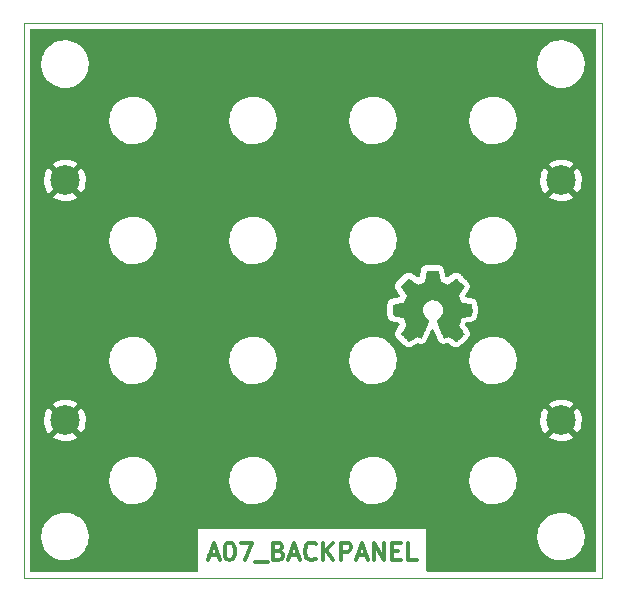
<source format=gbr>
G04 #@! TF.GenerationSoftware,KiCad,Pcbnew,6.0.11-2627ca5db0~126~ubuntu20.04.1*
G04 #@! TF.CreationDate,2023-03-25T11:58:24-05:00*
G04 #@! TF.ProjectId,A07,4130372e-6b69-4636-9164-5f7063625858,rev?*
G04 #@! TF.SameCoordinates,Original*
G04 #@! TF.FileFunction,Copper,L1,Top*
G04 #@! TF.FilePolarity,Positive*
%FSLAX46Y46*%
G04 Gerber Fmt 4.6, Leading zero omitted, Abs format (unit mm)*
G04 Created by KiCad (PCBNEW 6.0.11-2627ca5db0~126~ubuntu20.04.1) date 2023-03-25 11:58:24*
%MOMM*%
%LPD*%
G01*
G04 APERTURE LIST*
G04 #@! TA.AperFunction,Profile*
%ADD10C,0.050000*%
G04 #@! TD*
%ADD11C,0.300000*%
G04 #@! TA.AperFunction,NonConductor*
%ADD12C,0.300000*%
G04 #@! TD*
G04 #@! TA.AperFunction,EtchedComponent*
%ADD13C,0.010000*%
G04 #@! TD*
G04 #@! TA.AperFunction,ComponentPad*
%ADD14C,2.499360*%
G04 #@! TD*
G04 APERTURE END LIST*
D10*
X70790000Y-21210000D02*
X70790000Y-68210000D01*
X21790000Y-21210000D02*
X70790000Y-21210000D01*
X21790000Y-68210000D02*
X70790000Y-68210000D01*
X21790000Y-21210000D02*
X21790000Y-68210000D01*
D11*
D12*
X37513714Y-66290000D02*
X38228000Y-66290000D01*
X37370857Y-66718571D02*
X37870857Y-65218571D01*
X38370857Y-66718571D01*
X39156571Y-65218571D02*
X39299428Y-65218571D01*
X39442285Y-65290000D01*
X39513714Y-65361428D01*
X39585142Y-65504285D01*
X39656571Y-65790000D01*
X39656571Y-66147142D01*
X39585142Y-66432857D01*
X39513714Y-66575714D01*
X39442285Y-66647142D01*
X39299428Y-66718571D01*
X39156571Y-66718571D01*
X39013714Y-66647142D01*
X38942285Y-66575714D01*
X38870857Y-66432857D01*
X38799428Y-66147142D01*
X38799428Y-65790000D01*
X38870857Y-65504285D01*
X38942285Y-65361428D01*
X39013714Y-65290000D01*
X39156571Y-65218571D01*
X40156571Y-65218571D02*
X41156571Y-65218571D01*
X40513714Y-66718571D01*
X41370857Y-66861428D02*
X42513714Y-66861428D01*
X43370857Y-65932857D02*
X43585142Y-66004285D01*
X43656571Y-66075714D01*
X43728000Y-66218571D01*
X43728000Y-66432857D01*
X43656571Y-66575714D01*
X43585142Y-66647142D01*
X43442285Y-66718571D01*
X42870857Y-66718571D01*
X42870857Y-65218571D01*
X43370857Y-65218571D01*
X43513714Y-65290000D01*
X43585142Y-65361428D01*
X43656571Y-65504285D01*
X43656571Y-65647142D01*
X43585142Y-65790000D01*
X43513714Y-65861428D01*
X43370857Y-65932857D01*
X42870857Y-65932857D01*
X44299428Y-66290000D02*
X45013714Y-66290000D01*
X44156571Y-66718571D02*
X44656571Y-65218571D01*
X45156571Y-66718571D01*
X46513714Y-66575714D02*
X46442285Y-66647142D01*
X46228000Y-66718571D01*
X46085142Y-66718571D01*
X45870857Y-66647142D01*
X45728000Y-66504285D01*
X45656571Y-66361428D01*
X45585142Y-66075714D01*
X45585142Y-65861428D01*
X45656571Y-65575714D01*
X45728000Y-65432857D01*
X45870857Y-65290000D01*
X46085142Y-65218571D01*
X46228000Y-65218571D01*
X46442285Y-65290000D01*
X46513714Y-65361428D01*
X47156571Y-66718571D02*
X47156571Y-65218571D01*
X48013714Y-66718571D02*
X47370857Y-65861428D01*
X48013714Y-65218571D02*
X47156571Y-66075714D01*
X48656571Y-66718571D02*
X48656571Y-65218571D01*
X49228000Y-65218571D01*
X49370857Y-65290000D01*
X49442285Y-65361428D01*
X49513714Y-65504285D01*
X49513714Y-65718571D01*
X49442285Y-65861428D01*
X49370857Y-65932857D01*
X49228000Y-66004285D01*
X48656571Y-66004285D01*
X50085142Y-66290000D02*
X50799428Y-66290000D01*
X49942285Y-66718571D02*
X50442285Y-65218571D01*
X50942285Y-66718571D01*
X51442285Y-66718571D02*
X51442285Y-65218571D01*
X52299428Y-66718571D01*
X52299428Y-65218571D01*
X53013714Y-65932857D02*
X53513714Y-65932857D01*
X53728000Y-66718571D02*
X53013714Y-66718571D01*
X53013714Y-65218571D01*
X53728000Y-65218571D01*
X55085142Y-66718571D02*
X54370857Y-66718571D01*
X54370857Y-65218571D01*
G36*
X56943814Y-42680931D02*
G01*
X57027635Y-43125555D01*
X57336920Y-43253053D01*
X57646206Y-43380551D01*
X58017246Y-43128246D01*
X58121157Y-43057996D01*
X58215087Y-42995272D01*
X58294652Y-42942938D01*
X58355470Y-42903857D01*
X58393157Y-42880893D01*
X58403421Y-42875942D01*
X58421910Y-42888676D01*
X58461420Y-42923882D01*
X58517522Y-42977062D01*
X58585787Y-43043718D01*
X58661786Y-43119354D01*
X58741092Y-43199472D01*
X58819275Y-43279574D01*
X58891907Y-43355164D01*
X58954559Y-43421745D01*
X59002803Y-43474818D01*
X59032210Y-43509887D01*
X59039241Y-43521623D01*
X59029123Y-43543260D01*
X59000759Y-43590662D01*
X58957129Y-43659193D01*
X58901218Y-43744215D01*
X58836006Y-43841093D01*
X58798219Y-43896350D01*
X58729343Y-43997248D01*
X58668140Y-44088299D01*
X58617578Y-44164970D01*
X58580628Y-44222728D01*
X58560258Y-44257043D01*
X58557197Y-44264254D01*
X58564136Y-44284748D01*
X58583051Y-44332513D01*
X58611087Y-44400832D01*
X58645391Y-44482989D01*
X58683109Y-44572270D01*
X58721387Y-44661958D01*
X58757370Y-44745338D01*
X58788206Y-44815694D01*
X58811039Y-44866310D01*
X58823017Y-44890471D01*
X58823724Y-44891422D01*
X58842531Y-44896036D01*
X58892618Y-44906328D01*
X58968793Y-44921287D01*
X59065865Y-44939901D01*
X59178643Y-44961159D01*
X59244442Y-44973418D01*
X59364950Y-44996362D01*
X59473797Y-45018195D01*
X59565476Y-45037722D01*
X59634481Y-45053748D01*
X59675304Y-45065079D01*
X59683511Y-45068674D01*
X59691548Y-45093006D01*
X59698033Y-45147959D01*
X59702970Y-45227108D01*
X59706364Y-45324026D01*
X59708218Y-45432287D01*
X59708538Y-45545465D01*
X59707327Y-45657135D01*
X59704590Y-45760868D01*
X59700331Y-45850241D01*
X59694555Y-45918826D01*
X59687267Y-45960197D01*
X59682895Y-45968810D01*
X59656764Y-45979133D01*
X59601393Y-45993892D01*
X59524107Y-46011352D01*
X59432230Y-46029780D01*
X59400158Y-46035741D01*
X59245524Y-46064066D01*
X59123375Y-46086876D01*
X59029673Y-46105080D01*
X58960384Y-46119583D01*
X58911471Y-46131292D01*
X58878897Y-46141115D01*
X58858628Y-46149956D01*
X58846626Y-46158724D01*
X58844947Y-46160457D01*
X58828184Y-46188371D01*
X58802614Y-46242695D01*
X58770788Y-46316777D01*
X58735260Y-46403965D01*
X58698583Y-46497608D01*
X58663311Y-46591052D01*
X58631996Y-46677647D01*
X58607193Y-46750740D01*
X58591454Y-46803678D01*
X58587332Y-46829811D01*
X58587676Y-46830726D01*
X58601641Y-46852086D01*
X58633322Y-46899084D01*
X58679391Y-46966827D01*
X58736518Y-47050423D01*
X58801373Y-47144982D01*
X58819843Y-47171854D01*
X58885699Y-47269275D01*
X58943650Y-47358163D01*
X58990538Y-47433412D01*
X59023207Y-47489920D01*
X59038500Y-47522581D01*
X59039241Y-47526593D01*
X59026392Y-47547684D01*
X58990888Y-47589464D01*
X58937293Y-47647445D01*
X58870171Y-47717135D01*
X58794087Y-47794045D01*
X58713604Y-47873683D01*
X58633287Y-47951561D01*
X58557699Y-48023186D01*
X58491405Y-48084070D01*
X58438969Y-48129721D01*
X58404955Y-48155650D01*
X58395545Y-48159883D01*
X58373643Y-48149912D01*
X58328800Y-48123020D01*
X58268321Y-48083736D01*
X58221789Y-48052117D01*
X58137475Y-47994098D01*
X58037626Y-47925784D01*
X57937473Y-47857579D01*
X57883627Y-47821075D01*
X57701371Y-47697800D01*
X57548381Y-47780520D01*
X57478682Y-47816759D01*
X57419414Y-47844926D01*
X57379311Y-47860991D01*
X57369103Y-47863226D01*
X57356829Y-47846722D01*
X57332613Y-47800082D01*
X57298263Y-47727609D01*
X57255588Y-47633606D01*
X57206394Y-47522374D01*
X57152490Y-47398215D01*
X57095684Y-47265432D01*
X57037782Y-47128327D01*
X56980593Y-46991202D01*
X56925924Y-46858358D01*
X56875584Y-46734098D01*
X56831380Y-46622725D01*
X56795119Y-46528539D01*
X56768609Y-46455844D01*
X56753658Y-46408941D01*
X56751254Y-46392833D01*
X56770311Y-46372286D01*
X56812036Y-46338933D01*
X56867706Y-46299702D01*
X56872378Y-46296599D01*
X57016264Y-46181423D01*
X57132283Y-46047053D01*
X57219430Y-45897784D01*
X57276699Y-45737913D01*
X57303086Y-45571737D01*
X57297585Y-45403552D01*
X57259190Y-45237655D01*
X57186895Y-45078342D01*
X57165626Y-45043487D01*
X57054996Y-44902737D01*
X56924302Y-44789714D01*
X56778064Y-44705003D01*
X56620808Y-44649194D01*
X56457057Y-44622874D01*
X56291333Y-44626630D01*
X56128162Y-44661050D01*
X55972065Y-44726723D01*
X55827567Y-44824235D01*
X55782869Y-44863813D01*
X55669112Y-44987703D01*
X55586218Y-45118124D01*
X55529356Y-45264315D01*
X55497687Y-45409088D01*
X55489869Y-45571860D01*
X55515938Y-45735440D01*
X55573245Y-45894298D01*
X55659144Y-46042906D01*
X55770986Y-46175735D01*
X55906123Y-46287256D01*
X55923883Y-46299011D01*
X55980150Y-46337508D01*
X56022923Y-46370863D01*
X56043372Y-46392160D01*
X56043669Y-46392833D01*
X56039279Y-46415871D01*
X56021876Y-46468157D01*
X55993268Y-46545390D01*
X55955265Y-46643268D01*
X55909674Y-46757491D01*
X55858303Y-46883758D01*
X55802962Y-47017767D01*
X55745458Y-47155218D01*
X55687601Y-47291808D01*
X55631198Y-47423237D01*
X55578058Y-47545205D01*
X55529990Y-47653409D01*
X55488801Y-47743549D01*
X55456301Y-47811323D01*
X55434297Y-47852430D01*
X55425436Y-47863226D01*
X55398360Y-47854819D01*
X55347697Y-47832272D01*
X55282183Y-47799613D01*
X55246159Y-47780520D01*
X55093168Y-47697800D01*
X54910912Y-47821075D01*
X54817875Y-47884228D01*
X54716015Y-47953727D01*
X54620562Y-48019165D01*
X54572750Y-48052117D01*
X54505505Y-48097273D01*
X54448564Y-48133057D01*
X54409354Y-48154938D01*
X54396619Y-48159563D01*
X54378083Y-48147085D01*
X54337059Y-48112252D01*
X54277525Y-48058678D01*
X54203458Y-47989983D01*
X54118835Y-47909781D01*
X54065315Y-47858286D01*
X53971681Y-47766286D01*
X53890759Y-47683999D01*
X53825823Y-47614945D01*
X53780142Y-47562644D01*
X53756989Y-47530616D01*
X53754768Y-47524116D01*
X53765076Y-47499394D01*
X53793561Y-47449405D01*
X53837063Y-47379212D01*
X53892423Y-47293875D01*
X53956480Y-47198456D01*
X53974697Y-47171854D01*
X54041073Y-47075167D01*
X54100622Y-46988117D01*
X54150016Y-46915595D01*
X54185925Y-46862493D01*
X54205019Y-46833703D01*
X54206864Y-46830726D01*
X54204105Y-46807782D01*
X54189462Y-46757336D01*
X54165487Y-46686041D01*
X54134734Y-46600547D01*
X54099756Y-46507507D01*
X54063107Y-46413574D01*
X54027339Y-46325399D01*
X53995006Y-46249634D01*
X53968662Y-46192931D01*
X53950858Y-46161943D01*
X53949593Y-46160457D01*
X53938706Y-46151601D01*
X53920318Y-46142843D01*
X53890394Y-46133277D01*
X53844897Y-46121996D01*
X53779791Y-46108093D01*
X53691039Y-46090663D01*
X53574607Y-46068798D01*
X53426458Y-46041591D01*
X53394382Y-46035741D01*
X53299314Y-46017374D01*
X53216435Y-45999405D01*
X53153070Y-45983569D01*
X53116542Y-45971600D01*
X53111644Y-45968810D01*
X53103573Y-45944072D01*
X53097013Y-45888790D01*
X53091967Y-45809389D01*
X53088441Y-45712296D01*
X53086439Y-45603938D01*
X53085964Y-45490740D01*
X53087023Y-45379128D01*
X53089618Y-45275529D01*
X53093754Y-45186368D01*
X53099437Y-45118072D01*
X53106669Y-45077066D01*
X53111029Y-45068674D01*
X53135302Y-45060208D01*
X53190574Y-45046435D01*
X53271338Y-45028550D01*
X53372088Y-45007748D01*
X53487317Y-44985223D01*
X53550098Y-44973418D01*
X53669213Y-44951151D01*
X53775435Y-44930979D01*
X53863573Y-44913915D01*
X53928434Y-44900969D01*
X53964826Y-44893155D01*
X53970816Y-44891422D01*
X53980939Y-44871890D01*
X54002338Y-44824843D01*
X54032161Y-44757003D01*
X54067555Y-44675091D01*
X54105668Y-44585828D01*
X54143647Y-44495935D01*
X54178640Y-44412135D01*
X54207794Y-44341147D01*
X54228257Y-44289694D01*
X54237177Y-44264497D01*
X54237343Y-44263396D01*
X54227231Y-44243519D01*
X54198883Y-44197777D01*
X54155277Y-44130717D01*
X54099394Y-44046884D01*
X54034213Y-43950826D01*
X53996321Y-43895650D01*
X53927275Y-43794481D01*
X53865950Y-43702630D01*
X53815337Y-43624744D01*
X53778429Y-43565469D01*
X53758218Y-43529451D01*
X53755299Y-43521377D01*
X53767847Y-43502584D01*
X53802537Y-43462457D01*
X53854937Y-43405493D01*
X53920616Y-43336185D01*
X53995144Y-43259031D01*
X54074087Y-43178525D01*
X54153017Y-43099163D01*
X54227500Y-43025440D01*
X54293106Y-42961852D01*
X54345404Y-42912894D01*
X54379961Y-42883061D01*
X54391522Y-42875942D01*
X54410346Y-42885953D01*
X54455369Y-42914078D01*
X54522213Y-42957454D01*
X54606501Y-43013218D01*
X54703856Y-43078506D01*
X54777293Y-43128246D01*
X55148333Y-43380551D01*
X55766905Y-43125555D01*
X55850725Y-42680931D01*
X55934546Y-42236307D01*
X56859994Y-42236307D01*
X56943814Y-42680931D01*
G37*
D13*
X56943814Y-42680931D02*
X57027635Y-43125555D01*
X57336920Y-43253053D01*
X57646206Y-43380551D01*
X58017246Y-43128246D01*
X58121157Y-43057996D01*
X58215087Y-42995272D01*
X58294652Y-42942938D01*
X58355470Y-42903857D01*
X58393157Y-42880893D01*
X58403421Y-42875942D01*
X58421910Y-42888676D01*
X58461420Y-42923882D01*
X58517522Y-42977062D01*
X58585787Y-43043718D01*
X58661786Y-43119354D01*
X58741092Y-43199472D01*
X58819275Y-43279574D01*
X58891907Y-43355164D01*
X58954559Y-43421745D01*
X59002803Y-43474818D01*
X59032210Y-43509887D01*
X59039241Y-43521623D01*
X59029123Y-43543260D01*
X59000759Y-43590662D01*
X58957129Y-43659193D01*
X58901218Y-43744215D01*
X58836006Y-43841093D01*
X58798219Y-43896350D01*
X58729343Y-43997248D01*
X58668140Y-44088299D01*
X58617578Y-44164970D01*
X58580628Y-44222728D01*
X58560258Y-44257043D01*
X58557197Y-44264254D01*
X58564136Y-44284748D01*
X58583051Y-44332513D01*
X58611087Y-44400832D01*
X58645391Y-44482989D01*
X58683109Y-44572270D01*
X58721387Y-44661958D01*
X58757370Y-44745338D01*
X58788206Y-44815694D01*
X58811039Y-44866310D01*
X58823017Y-44890471D01*
X58823724Y-44891422D01*
X58842531Y-44896036D01*
X58892618Y-44906328D01*
X58968793Y-44921287D01*
X59065865Y-44939901D01*
X59178643Y-44961159D01*
X59244442Y-44973418D01*
X59364950Y-44996362D01*
X59473797Y-45018195D01*
X59565476Y-45037722D01*
X59634481Y-45053748D01*
X59675304Y-45065079D01*
X59683511Y-45068674D01*
X59691548Y-45093006D01*
X59698033Y-45147959D01*
X59702970Y-45227108D01*
X59706364Y-45324026D01*
X59708218Y-45432287D01*
X59708538Y-45545465D01*
X59707327Y-45657135D01*
X59704590Y-45760868D01*
X59700331Y-45850241D01*
X59694555Y-45918826D01*
X59687267Y-45960197D01*
X59682895Y-45968810D01*
X59656764Y-45979133D01*
X59601393Y-45993892D01*
X59524107Y-46011352D01*
X59432230Y-46029780D01*
X59400158Y-46035741D01*
X59245524Y-46064066D01*
X59123375Y-46086876D01*
X59029673Y-46105080D01*
X58960384Y-46119583D01*
X58911471Y-46131292D01*
X58878897Y-46141115D01*
X58858628Y-46149956D01*
X58846626Y-46158724D01*
X58844947Y-46160457D01*
X58828184Y-46188371D01*
X58802614Y-46242695D01*
X58770788Y-46316777D01*
X58735260Y-46403965D01*
X58698583Y-46497608D01*
X58663311Y-46591052D01*
X58631996Y-46677647D01*
X58607193Y-46750740D01*
X58591454Y-46803678D01*
X58587332Y-46829811D01*
X58587676Y-46830726D01*
X58601641Y-46852086D01*
X58633322Y-46899084D01*
X58679391Y-46966827D01*
X58736518Y-47050423D01*
X58801373Y-47144982D01*
X58819843Y-47171854D01*
X58885699Y-47269275D01*
X58943650Y-47358163D01*
X58990538Y-47433412D01*
X59023207Y-47489920D01*
X59038500Y-47522581D01*
X59039241Y-47526593D01*
X59026392Y-47547684D01*
X58990888Y-47589464D01*
X58937293Y-47647445D01*
X58870171Y-47717135D01*
X58794087Y-47794045D01*
X58713604Y-47873683D01*
X58633287Y-47951561D01*
X58557699Y-48023186D01*
X58491405Y-48084070D01*
X58438969Y-48129721D01*
X58404955Y-48155650D01*
X58395545Y-48159883D01*
X58373643Y-48149912D01*
X58328800Y-48123020D01*
X58268321Y-48083736D01*
X58221789Y-48052117D01*
X58137475Y-47994098D01*
X58037626Y-47925784D01*
X57937473Y-47857579D01*
X57883627Y-47821075D01*
X57701371Y-47697800D01*
X57548381Y-47780520D01*
X57478682Y-47816759D01*
X57419414Y-47844926D01*
X57379311Y-47860991D01*
X57369103Y-47863226D01*
X57356829Y-47846722D01*
X57332613Y-47800082D01*
X57298263Y-47727609D01*
X57255588Y-47633606D01*
X57206394Y-47522374D01*
X57152490Y-47398215D01*
X57095684Y-47265432D01*
X57037782Y-47128327D01*
X56980593Y-46991202D01*
X56925924Y-46858358D01*
X56875584Y-46734098D01*
X56831380Y-46622725D01*
X56795119Y-46528539D01*
X56768609Y-46455844D01*
X56753658Y-46408941D01*
X56751254Y-46392833D01*
X56770311Y-46372286D01*
X56812036Y-46338933D01*
X56867706Y-46299702D01*
X56872378Y-46296599D01*
X57016264Y-46181423D01*
X57132283Y-46047053D01*
X57219430Y-45897784D01*
X57276699Y-45737913D01*
X57303086Y-45571737D01*
X57297585Y-45403552D01*
X57259190Y-45237655D01*
X57186895Y-45078342D01*
X57165626Y-45043487D01*
X57054996Y-44902737D01*
X56924302Y-44789714D01*
X56778064Y-44705003D01*
X56620808Y-44649194D01*
X56457057Y-44622874D01*
X56291333Y-44626630D01*
X56128162Y-44661050D01*
X55972065Y-44726723D01*
X55827567Y-44824235D01*
X55782869Y-44863813D01*
X55669112Y-44987703D01*
X55586218Y-45118124D01*
X55529356Y-45264315D01*
X55497687Y-45409088D01*
X55489869Y-45571860D01*
X55515938Y-45735440D01*
X55573245Y-45894298D01*
X55659144Y-46042906D01*
X55770986Y-46175735D01*
X55906123Y-46287256D01*
X55923883Y-46299011D01*
X55980150Y-46337508D01*
X56022923Y-46370863D01*
X56043372Y-46392160D01*
X56043669Y-46392833D01*
X56039279Y-46415871D01*
X56021876Y-46468157D01*
X55993268Y-46545390D01*
X55955265Y-46643268D01*
X55909674Y-46757491D01*
X55858303Y-46883758D01*
X55802962Y-47017767D01*
X55745458Y-47155218D01*
X55687601Y-47291808D01*
X55631198Y-47423237D01*
X55578058Y-47545205D01*
X55529990Y-47653409D01*
X55488801Y-47743549D01*
X55456301Y-47811323D01*
X55434297Y-47852430D01*
X55425436Y-47863226D01*
X55398360Y-47854819D01*
X55347697Y-47832272D01*
X55282183Y-47799613D01*
X55246159Y-47780520D01*
X55093168Y-47697800D01*
X54910912Y-47821075D01*
X54817875Y-47884228D01*
X54716015Y-47953727D01*
X54620562Y-48019165D01*
X54572750Y-48052117D01*
X54505505Y-48097273D01*
X54448564Y-48133057D01*
X54409354Y-48154938D01*
X54396619Y-48159563D01*
X54378083Y-48147085D01*
X54337059Y-48112252D01*
X54277525Y-48058678D01*
X54203458Y-47989983D01*
X54118835Y-47909781D01*
X54065315Y-47858286D01*
X53971681Y-47766286D01*
X53890759Y-47683999D01*
X53825823Y-47614945D01*
X53780142Y-47562644D01*
X53756989Y-47530616D01*
X53754768Y-47524116D01*
X53765076Y-47499394D01*
X53793561Y-47449405D01*
X53837063Y-47379212D01*
X53892423Y-47293875D01*
X53956480Y-47198456D01*
X53974697Y-47171854D01*
X54041073Y-47075167D01*
X54100622Y-46988117D01*
X54150016Y-46915595D01*
X54185925Y-46862493D01*
X54205019Y-46833703D01*
X54206864Y-46830726D01*
X54204105Y-46807782D01*
X54189462Y-46757336D01*
X54165487Y-46686041D01*
X54134734Y-46600547D01*
X54099756Y-46507507D01*
X54063107Y-46413574D01*
X54027339Y-46325399D01*
X53995006Y-46249634D01*
X53968662Y-46192931D01*
X53950858Y-46161943D01*
X53949593Y-46160457D01*
X53938706Y-46151601D01*
X53920318Y-46142843D01*
X53890394Y-46133277D01*
X53844897Y-46121996D01*
X53779791Y-46108093D01*
X53691039Y-46090663D01*
X53574607Y-46068798D01*
X53426458Y-46041591D01*
X53394382Y-46035741D01*
X53299314Y-46017374D01*
X53216435Y-45999405D01*
X53153070Y-45983569D01*
X53116542Y-45971600D01*
X53111644Y-45968810D01*
X53103573Y-45944072D01*
X53097013Y-45888790D01*
X53091967Y-45809389D01*
X53088441Y-45712296D01*
X53086439Y-45603938D01*
X53085964Y-45490740D01*
X53087023Y-45379128D01*
X53089618Y-45275529D01*
X53093754Y-45186368D01*
X53099437Y-45118072D01*
X53106669Y-45077066D01*
X53111029Y-45068674D01*
X53135302Y-45060208D01*
X53190574Y-45046435D01*
X53271338Y-45028550D01*
X53372088Y-45007748D01*
X53487317Y-44985223D01*
X53550098Y-44973418D01*
X53669213Y-44951151D01*
X53775435Y-44930979D01*
X53863573Y-44913915D01*
X53928434Y-44900969D01*
X53964826Y-44893155D01*
X53970816Y-44891422D01*
X53980939Y-44871890D01*
X54002338Y-44824843D01*
X54032161Y-44757003D01*
X54067555Y-44675091D01*
X54105668Y-44585828D01*
X54143647Y-44495935D01*
X54178640Y-44412135D01*
X54207794Y-44341147D01*
X54228257Y-44289694D01*
X54237177Y-44264497D01*
X54237343Y-44263396D01*
X54227231Y-44243519D01*
X54198883Y-44197777D01*
X54155277Y-44130717D01*
X54099394Y-44046884D01*
X54034213Y-43950826D01*
X53996321Y-43895650D01*
X53927275Y-43794481D01*
X53865950Y-43702630D01*
X53815337Y-43624744D01*
X53778429Y-43565469D01*
X53758218Y-43529451D01*
X53755299Y-43521377D01*
X53767847Y-43502584D01*
X53802537Y-43462457D01*
X53854937Y-43405493D01*
X53920616Y-43336185D01*
X53995144Y-43259031D01*
X54074087Y-43178525D01*
X54153017Y-43099163D01*
X54227500Y-43025440D01*
X54293106Y-42961852D01*
X54345404Y-42912894D01*
X54379961Y-42883061D01*
X54391522Y-42875942D01*
X54410346Y-42885953D01*
X54455369Y-42914078D01*
X54522213Y-42957454D01*
X54606501Y-43013218D01*
X54703856Y-43078506D01*
X54777293Y-43128246D01*
X55148333Y-43380551D01*
X55766905Y-43125555D01*
X55850725Y-42680931D01*
X55934546Y-42236307D01*
X56859994Y-42236307D01*
X56943814Y-42680931D01*
D14*
X25290000Y-34550000D03*
X25290000Y-54870000D03*
X67290000Y-34550000D03*
X67290000Y-54870000D03*
G04 #@! TA.AperFunction,Conductor*
G36*
X70223621Y-21738502D02*
G01*
X70270114Y-21792158D01*
X70281500Y-21844500D01*
X70281500Y-67575500D01*
X70261498Y-67643621D01*
X70207842Y-67690114D01*
X70155500Y-67701500D01*
X56012500Y-67701500D01*
X55944379Y-67681498D01*
X55897886Y-67627842D01*
X55886500Y-67575500D01*
X55886500Y-64639733D01*
X65277822Y-64639733D01*
X65287625Y-64920458D01*
X65288387Y-64924781D01*
X65288388Y-64924788D01*
X65312164Y-65059624D01*
X65336402Y-65197087D01*
X65423203Y-65464235D01*
X65546340Y-65716702D01*
X65548795Y-65720341D01*
X65548798Y-65720347D01*
X65621890Y-65828710D01*
X65703415Y-65949576D01*
X65891371Y-66158322D01*
X66106550Y-66338879D01*
X66344764Y-66487731D01*
X66601375Y-66601982D01*
X66871390Y-66679407D01*
X66875740Y-66680018D01*
X66875743Y-66680019D01*
X66978690Y-66694487D01*
X67149552Y-66718500D01*
X67360146Y-66718500D01*
X67362332Y-66718347D01*
X67362336Y-66718347D01*
X67565827Y-66704118D01*
X67565832Y-66704117D01*
X67570212Y-66703811D01*
X67844970Y-66645409D01*
X67849099Y-66643906D01*
X67849103Y-66643905D01*
X68104781Y-66550846D01*
X68104785Y-66550844D01*
X68108926Y-66549337D01*
X68356942Y-66417464D01*
X68461896Y-66341211D01*
X68580629Y-66254947D01*
X68580632Y-66254944D01*
X68584192Y-66252358D01*
X68786252Y-66057231D01*
X68959188Y-65835882D01*
X68961384Y-65832078D01*
X68961389Y-65832071D01*
X69097435Y-65596431D01*
X69099636Y-65592619D01*
X69204862Y-65332176D01*
X69238544Y-65197087D01*
X69271753Y-65063893D01*
X69271754Y-65063888D01*
X69272817Y-65059624D01*
X69302178Y-64780267D01*
X69292375Y-64499542D01*
X69268608Y-64364749D01*
X69244360Y-64227236D01*
X69243598Y-64222913D01*
X69156797Y-63955765D01*
X69033660Y-63703298D01*
X69031205Y-63699659D01*
X69031202Y-63699653D01*
X68950935Y-63580653D01*
X68876585Y-63470424D01*
X68688629Y-63261678D01*
X68473450Y-63081121D01*
X68235236Y-62932269D01*
X67978625Y-62818018D01*
X67708610Y-62740593D01*
X67704260Y-62739982D01*
X67704257Y-62739981D01*
X67601310Y-62725513D01*
X67430448Y-62701500D01*
X67219854Y-62701500D01*
X67217668Y-62701653D01*
X67217664Y-62701653D01*
X67014173Y-62715882D01*
X67014168Y-62715883D01*
X67009788Y-62716189D01*
X66735030Y-62774591D01*
X66730901Y-62776094D01*
X66730897Y-62776095D01*
X66475219Y-62869154D01*
X66475215Y-62869156D01*
X66471074Y-62870663D01*
X66223058Y-63002536D01*
X66219499Y-63005122D01*
X66219497Y-63005123D01*
X66114895Y-63081121D01*
X65995808Y-63167642D01*
X65793748Y-63362769D01*
X65620812Y-63584118D01*
X65618616Y-63587922D01*
X65618611Y-63587929D01*
X65504794Y-63785067D01*
X65480364Y-63827381D01*
X65375138Y-64087824D01*
X65374073Y-64092097D01*
X65374072Y-64092099D01*
X65340379Y-64227236D01*
X65307183Y-64360376D01*
X65277822Y-64639733D01*
X55886500Y-64639733D01*
X55886500Y-64099000D01*
X36569500Y-64099000D01*
X36569500Y-67575500D01*
X36549498Y-67643621D01*
X36495842Y-67690114D01*
X36443500Y-67701500D01*
X22424500Y-67701500D01*
X22356379Y-67681498D01*
X22309886Y-67627842D01*
X22298500Y-67575500D01*
X22298500Y-64639733D01*
X23277822Y-64639733D01*
X23287625Y-64920458D01*
X23288387Y-64924781D01*
X23288388Y-64924788D01*
X23312164Y-65059624D01*
X23336402Y-65197087D01*
X23423203Y-65464235D01*
X23546340Y-65716702D01*
X23548795Y-65720341D01*
X23548798Y-65720347D01*
X23621890Y-65828710D01*
X23703415Y-65949576D01*
X23891371Y-66158322D01*
X24106550Y-66338879D01*
X24344764Y-66487731D01*
X24601375Y-66601982D01*
X24871390Y-66679407D01*
X24875740Y-66680018D01*
X24875743Y-66680019D01*
X24978690Y-66694487D01*
X25149552Y-66718500D01*
X25360146Y-66718500D01*
X25362332Y-66718347D01*
X25362336Y-66718347D01*
X25565827Y-66704118D01*
X25565832Y-66704117D01*
X25570212Y-66703811D01*
X25844970Y-66645409D01*
X25849099Y-66643906D01*
X25849103Y-66643905D01*
X26104781Y-66550846D01*
X26104785Y-66550844D01*
X26108926Y-66549337D01*
X26356942Y-66417464D01*
X26461896Y-66341211D01*
X26580629Y-66254947D01*
X26580632Y-66254944D01*
X26584192Y-66252358D01*
X26786252Y-66057231D01*
X26959188Y-65835882D01*
X26961384Y-65832078D01*
X26961389Y-65832071D01*
X27097435Y-65596431D01*
X27099636Y-65592619D01*
X27204862Y-65332176D01*
X27238544Y-65197087D01*
X27271753Y-65063893D01*
X27271754Y-65063888D01*
X27272817Y-65059624D01*
X27302178Y-64780267D01*
X27292375Y-64499542D01*
X27268608Y-64364749D01*
X27244360Y-64227236D01*
X27243598Y-64222913D01*
X27156797Y-63955765D01*
X27033660Y-63703298D01*
X27031205Y-63699659D01*
X27031202Y-63699653D01*
X26950935Y-63580653D01*
X26876585Y-63470424D01*
X26688629Y-63261678D01*
X26473450Y-63081121D01*
X26235236Y-62932269D01*
X25978625Y-62818018D01*
X25708610Y-62740593D01*
X25704260Y-62739982D01*
X25704257Y-62739981D01*
X25601310Y-62725513D01*
X25430448Y-62701500D01*
X25219854Y-62701500D01*
X25217668Y-62701653D01*
X25217664Y-62701653D01*
X25014173Y-62715882D01*
X25014168Y-62715883D01*
X25009788Y-62716189D01*
X24735030Y-62774591D01*
X24730901Y-62776094D01*
X24730897Y-62776095D01*
X24475219Y-62869154D01*
X24475215Y-62869156D01*
X24471074Y-62870663D01*
X24223058Y-63002536D01*
X24219499Y-63005122D01*
X24219497Y-63005123D01*
X24114895Y-63081121D01*
X23995808Y-63167642D01*
X23793748Y-63362769D01*
X23620812Y-63584118D01*
X23618616Y-63587922D01*
X23618611Y-63587929D01*
X23504794Y-63785067D01*
X23480364Y-63827381D01*
X23375138Y-64087824D01*
X23374073Y-64092097D01*
X23374072Y-64092099D01*
X23340379Y-64227236D01*
X23307183Y-64360376D01*
X23277822Y-64639733D01*
X22298500Y-64639733D01*
X22298500Y-59879733D01*
X29037822Y-59879733D01*
X29047625Y-60160458D01*
X29048387Y-60164781D01*
X29048388Y-60164788D01*
X29072164Y-60299624D01*
X29096402Y-60437087D01*
X29183203Y-60704235D01*
X29306340Y-60956702D01*
X29308795Y-60960341D01*
X29308798Y-60960347D01*
X29381890Y-61068710D01*
X29463415Y-61189576D01*
X29651371Y-61398322D01*
X29866550Y-61578879D01*
X30104764Y-61727731D01*
X30361375Y-61841982D01*
X30631390Y-61919407D01*
X30635740Y-61920018D01*
X30635743Y-61920019D01*
X30738690Y-61934487D01*
X30909552Y-61958500D01*
X31120146Y-61958500D01*
X31122332Y-61958347D01*
X31122336Y-61958347D01*
X31325827Y-61944118D01*
X31325832Y-61944117D01*
X31330212Y-61943811D01*
X31604970Y-61885409D01*
X31609099Y-61883906D01*
X31609103Y-61883905D01*
X31864781Y-61790846D01*
X31864785Y-61790844D01*
X31868926Y-61789337D01*
X32116942Y-61657464D01*
X32221896Y-61581211D01*
X32340629Y-61494947D01*
X32340632Y-61494944D01*
X32344192Y-61492358D01*
X32546252Y-61297231D01*
X32719188Y-61075882D01*
X32721384Y-61072078D01*
X32721389Y-61072071D01*
X32857435Y-60836431D01*
X32859636Y-60832619D01*
X32964862Y-60572176D01*
X32998544Y-60437087D01*
X33031753Y-60303893D01*
X33031754Y-60303888D01*
X33032817Y-60299624D01*
X33062178Y-60020267D01*
X33057271Y-59879733D01*
X39197822Y-59879733D01*
X39207625Y-60160458D01*
X39208387Y-60164781D01*
X39208388Y-60164788D01*
X39232164Y-60299624D01*
X39256402Y-60437087D01*
X39343203Y-60704235D01*
X39466340Y-60956702D01*
X39468795Y-60960341D01*
X39468798Y-60960347D01*
X39541890Y-61068710D01*
X39623415Y-61189576D01*
X39811371Y-61398322D01*
X40026550Y-61578879D01*
X40264764Y-61727731D01*
X40521375Y-61841982D01*
X40791390Y-61919407D01*
X40795740Y-61920018D01*
X40795743Y-61920019D01*
X40898690Y-61934487D01*
X41069552Y-61958500D01*
X41280146Y-61958500D01*
X41282332Y-61958347D01*
X41282336Y-61958347D01*
X41485827Y-61944118D01*
X41485832Y-61944117D01*
X41490212Y-61943811D01*
X41764970Y-61885409D01*
X41769099Y-61883906D01*
X41769103Y-61883905D01*
X42024781Y-61790846D01*
X42024785Y-61790844D01*
X42028926Y-61789337D01*
X42276942Y-61657464D01*
X42381896Y-61581211D01*
X42500629Y-61494947D01*
X42500632Y-61494944D01*
X42504192Y-61492358D01*
X42706252Y-61297231D01*
X42879188Y-61075882D01*
X42881384Y-61072078D01*
X42881389Y-61072071D01*
X43017435Y-60836431D01*
X43019636Y-60832619D01*
X43124862Y-60572176D01*
X43158544Y-60437087D01*
X43191753Y-60303893D01*
X43191754Y-60303888D01*
X43192817Y-60299624D01*
X43222178Y-60020267D01*
X43217271Y-59879733D01*
X49357822Y-59879733D01*
X49367625Y-60160458D01*
X49368387Y-60164781D01*
X49368388Y-60164788D01*
X49392164Y-60299624D01*
X49416402Y-60437087D01*
X49503203Y-60704235D01*
X49626340Y-60956702D01*
X49628795Y-60960341D01*
X49628798Y-60960347D01*
X49701890Y-61068710D01*
X49783415Y-61189576D01*
X49971371Y-61398322D01*
X50186550Y-61578879D01*
X50424764Y-61727731D01*
X50681375Y-61841982D01*
X50951390Y-61919407D01*
X50955740Y-61920018D01*
X50955743Y-61920019D01*
X51058690Y-61934487D01*
X51229552Y-61958500D01*
X51440146Y-61958500D01*
X51442332Y-61958347D01*
X51442336Y-61958347D01*
X51645827Y-61944118D01*
X51645832Y-61944117D01*
X51650212Y-61943811D01*
X51924970Y-61885409D01*
X51929099Y-61883906D01*
X51929103Y-61883905D01*
X52184781Y-61790846D01*
X52184785Y-61790844D01*
X52188926Y-61789337D01*
X52436942Y-61657464D01*
X52541896Y-61581211D01*
X52660629Y-61494947D01*
X52660632Y-61494944D01*
X52664192Y-61492358D01*
X52866252Y-61297231D01*
X53039188Y-61075882D01*
X53041384Y-61072078D01*
X53041389Y-61072071D01*
X53177435Y-60836431D01*
X53179636Y-60832619D01*
X53284862Y-60572176D01*
X53318544Y-60437087D01*
X53351753Y-60303893D01*
X53351754Y-60303888D01*
X53352817Y-60299624D01*
X53382178Y-60020267D01*
X53377271Y-59879733D01*
X59517822Y-59879733D01*
X59527625Y-60160458D01*
X59528387Y-60164781D01*
X59528388Y-60164788D01*
X59552164Y-60299624D01*
X59576402Y-60437087D01*
X59663203Y-60704235D01*
X59786340Y-60956702D01*
X59788795Y-60960341D01*
X59788798Y-60960347D01*
X59861890Y-61068710D01*
X59943415Y-61189576D01*
X60131371Y-61398322D01*
X60346550Y-61578879D01*
X60584764Y-61727731D01*
X60841375Y-61841982D01*
X61111390Y-61919407D01*
X61115740Y-61920018D01*
X61115743Y-61920019D01*
X61218690Y-61934487D01*
X61389552Y-61958500D01*
X61600146Y-61958500D01*
X61602332Y-61958347D01*
X61602336Y-61958347D01*
X61805827Y-61944118D01*
X61805832Y-61944117D01*
X61810212Y-61943811D01*
X62084970Y-61885409D01*
X62089099Y-61883906D01*
X62089103Y-61883905D01*
X62344781Y-61790846D01*
X62344785Y-61790844D01*
X62348926Y-61789337D01*
X62596942Y-61657464D01*
X62701896Y-61581211D01*
X62820629Y-61494947D01*
X62820632Y-61494944D01*
X62824192Y-61492358D01*
X63026252Y-61297231D01*
X63199188Y-61075882D01*
X63201384Y-61072078D01*
X63201389Y-61072071D01*
X63337435Y-60836431D01*
X63339636Y-60832619D01*
X63444862Y-60572176D01*
X63478544Y-60437087D01*
X63511753Y-60303893D01*
X63511754Y-60303888D01*
X63512817Y-60299624D01*
X63542178Y-60020267D01*
X63532375Y-59739542D01*
X63508608Y-59604749D01*
X63484360Y-59467236D01*
X63483598Y-59462913D01*
X63396797Y-59195765D01*
X63273660Y-58943298D01*
X63271205Y-58939659D01*
X63271202Y-58939653D01*
X63190935Y-58820653D01*
X63116585Y-58710424D01*
X62928629Y-58501678D01*
X62713450Y-58321121D01*
X62475236Y-58172269D01*
X62218625Y-58058018D01*
X61948610Y-57980593D01*
X61944260Y-57979982D01*
X61944257Y-57979981D01*
X61841310Y-57965513D01*
X61670448Y-57941500D01*
X61459854Y-57941500D01*
X61457668Y-57941653D01*
X61457664Y-57941653D01*
X61254173Y-57955882D01*
X61254168Y-57955883D01*
X61249788Y-57956189D01*
X60975030Y-58014591D01*
X60970901Y-58016094D01*
X60970897Y-58016095D01*
X60715219Y-58109154D01*
X60715215Y-58109156D01*
X60711074Y-58110663D01*
X60463058Y-58242536D01*
X60459499Y-58245122D01*
X60459497Y-58245123D01*
X60354895Y-58321121D01*
X60235808Y-58407642D01*
X60033748Y-58602769D01*
X59860812Y-58824118D01*
X59858616Y-58827922D01*
X59858611Y-58827929D01*
X59744794Y-59025067D01*
X59720364Y-59067381D01*
X59615138Y-59327824D01*
X59614073Y-59332097D01*
X59614072Y-59332099D01*
X59580379Y-59467236D01*
X59547183Y-59600376D01*
X59517822Y-59879733D01*
X53377271Y-59879733D01*
X53372375Y-59739542D01*
X53348608Y-59604749D01*
X53324360Y-59467236D01*
X53323598Y-59462913D01*
X53236797Y-59195765D01*
X53113660Y-58943298D01*
X53111205Y-58939659D01*
X53111202Y-58939653D01*
X53030935Y-58820653D01*
X52956585Y-58710424D01*
X52768629Y-58501678D01*
X52553450Y-58321121D01*
X52315236Y-58172269D01*
X52058625Y-58058018D01*
X51788610Y-57980593D01*
X51784260Y-57979982D01*
X51784257Y-57979981D01*
X51681310Y-57965513D01*
X51510448Y-57941500D01*
X51299854Y-57941500D01*
X51297668Y-57941653D01*
X51297664Y-57941653D01*
X51094173Y-57955882D01*
X51094168Y-57955883D01*
X51089788Y-57956189D01*
X50815030Y-58014591D01*
X50810901Y-58016094D01*
X50810897Y-58016095D01*
X50555219Y-58109154D01*
X50555215Y-58109156D01*
X50551074Y-58110663D01*
X50303058Y-58242536D01*
X50299499Y-58245122D01*
X50299497Y-58245123D01*
X50194895Y-58321121D01*
X50075808Y-58407642D01*
X49873748Y-58602769D01*
X49700812Y-58824118D01*
X49698616Y-58827922D01*
X49698611Y-58827929D01*
X49584794Y-59025067D01*
X49560364Y-59067381D01*
X49455138Y-59327824D01*
X49454073Y-59332097D01*
X49454072Y-59332099D01*
X49420379Y-59467236D01*
X49387183Y-59600376D01*
X49357822Y-59879733D01*
X43217271Y-59879733D01*
X43212375Y-59739542D01*
X43188608Y-59604749D01*
X43164360Y-59467236D01*
X43163598Y-59462913D01*
X43076797Y-59195765D01*
X42953660Y-58943298D01*
X42951205Y-58939659D01*
X42951202Y-58939653D01*
X42870935Y-58820653D01*
X42796585Y-58710424D01*
X42608629Y-58501678D01*
X42393450Y-58321121D01*
X42155236Y-58172269D01*
X41898625Y-58058018D01*
X41628610Y-57980593D01*
X41624260Y-57979982D01*
X41624257Y-57979981D01*
X41521310Y-57965513D01*
X41350448Y-57941500D01*
X41139854Y-57941500D01*
X41137668Y-57941653D01*
X41137664Y-57941653D01*
X40934173Y-57955882D01*
X40934168Y-57955883D01*
X40929788Y-57956189D01*
X40655030Y-58014591D01*
X40650901Y-58016094D01*
X40650897Y-58016095D01*
X40395219Y-58109154D01*
X40395215Y-58109156D01*
X40391074Y-58110663D01*
X40143058Y-58242536D01*
X40139499Y-58245122D01*
X40139497Y-58245123D01*
X40034895Y-58321121D01*
X39915808Y-58407642D01*
X39713748Y-58602769D01*
X39540812Y-58824118D01*
X39538616Y-58827922D01*
X39538611Y-58827929D01*
X39424794Y-59025067D01*
X39400364Y-59067381D01*
X39295138Y-59327824D01*
X39294073Y-59332097D01*
X39294072Y-59332099D01*
X39260379Y-59467236D01*
X39227183Y-59600376D01*
X39197822Y-59879733D01*
X33057271Y-59879733D01*
X33052375Y-59739542D01*
X33028608Y-59604749D01*
X33004360Y-59467236D01*
X33003598Y-59462913D01*
X32916797Y-59195765D01*
X32793660Y-58943298D01*
X32791205Y-58939659D01*
X32791202Y-58939653D01*
X32710935Y-58820653D01*
X32636585Y-58710424D01*
X32448629Y-58501678D01*
X32233450Y-58321121D01*
X31995236Y-58172269D01*
X31738625Y-58058018D01*
X31468610Y-57980593D01*
X31464260Y-57979982D01*
X31464257Y-57979981D01*
X31361310Y-57965513D01*
X31190448Y-57941500D01*
X30979854Y-57941500D01*
X30977668Y-57941653D01*
X30977664Y-57941653D01*
X30774173Y-57955882D01*
X30774168Y-57955883D01*
X30769788Y-57956189D01*
X30495030Y-58014591D01*
X30490901Y-58016094D01*
X30490897Y-58016095D01*
X30235219Y-58109154D01*
X30235215Y-58109156D01*
X30231074Y-58110663D01*
X29983058Y-58242536D01*
X29979499Y-58245122D01*
X29979497Y-58245123D01*
X29874895Y-58321121D01*
X29755808Y-58407642D01*
X29553748Y-58602769D01*
X29380812Y-58824118D01*
X29378616Y-58827922D01*
X29378611Y-58827929D01*
X29264794Y-59025067D01*
X29240364Y-59067381D01*
X29135138Y-59327824D01*
X29134073Y-59332097D01*
X29134072Y-59332099D01*
X29100379Y-59467236D01*
X29067183Y-59600376D01*
X29037822Y-59879733D01*
X22298500Y-59879733D01*
X22298500Y-56278904D01*
X24245841Y-56278904D01*
X24254554Y-56290424D01*
X24352189Y-56362012D01*
X24360099Y-56366955D01*
X24583018Y-56484238D01*
X24591581Y-56487961D01*
X24829387Y-56571008D01*
X24838396Y-56573422D01*
X25085879Y-56620408D01*
X25095134Y-56621462D01*
X25346846Y-56631352D01*
X25356160Y-56631026D01*
X25606557Y-56603604D01*
X25615734Y-56601903D01*
X25859326Y-56537771D01*
X25868145Y-56534734D01*
X26099592Y-56435296D01*
X26107851Y-56430997D01*
X26322068Y-56298436D01*
X26328967Y-56293424D01*
X26337291Y-56280792D01*
X26336185Y-56278904D01*
X66245841Y-56278904D01*
X66254554Y-56290424D01*
X66352189Y-56362012D01*
X66360099Y-56366955D01*
X66583018Y-56484238D01*
X66591581Y-56487961D01*
X66829387Y-56571008D01*
X66838396Y-56573422D01*
X67085879Y-56620408D01*
X67095134Y-56621462D01*
X67346846Y-56631352D01*
X67356160Y-56631026D01*
X67606557Y-56603604D01*
X67615734Y-56601903D01*
X67859326Y-56537771D01*
X67868145Y-56534734D01*
X68099592Y-56435296D01*
X68107851Y-56430997D01*
X68322068Y-56298436D01*
X68328967Y-56293424D01*
X68337291Y-56280792D01*
X68331227Y-56270437D01*
X67302812Y-55242022D01*
X67288868Y-55234408D01*
X67287035Y-55234539D01*
X67280420Y-55238790D01*
X66252499Y-56266711D01*
X66245841Y-56278904D01*
X26336185Y-56278904D01*
X26331227Y-56270437D01*
X25302812Y-55242022D01*
X25288868Y-55234408D01*
X25287035Y-55234539D01*
X25280420Y-55238790D01*
X24252499Y-56266711D01*
X24245841Y-56278904D01*
X22298500Y-56278904D01*
X22298500Y-54828532D01*
X23528219Y-54828532D01*
X23540305Y-55080136D01*
X23541442Y-55089396D01*
X23590585Y-55336457D01*
X23593074Y-55345432D01*
X23678196Y-55582514D01*
X23681993Y-55591042D01*
X23801217Y-55812928D01*
X23806228Y-55820795D01*
X23869675Y-55905761D01*
X23880933Y-55914210D01*
X23893352Y-55907438D01*
X24917978Y-54882812D01*
X24924356Y-54871132D01*
X25654408Y-54871132D01*
X25654539Y-54872965D01*
X25658790Y-54879580D01*
X26689682Y-55910472D01*
X26702062Y-55917232D01*
X26710403Y-55910988D01*
X26836483Y-55714975D01*
X26840930Y-55706783D01*
X26944388Y-55477116D01*
X26947583Y-55468338D01*
X27015955Y-55225906D01*
X27017813Y-55216777D01*
X27049795Y-54965378D01*
X27050276Y-54959092D01*
X27052526Y-54873160D01*
X27052375Y-54866851D01*
X27049527Y-54828532D01*
X65528219Y-54828532D01*
X65540305Y-55080136D01*
X65541442Y-55089396D01*
X65590585Y-55336457D01*
X65593074Y-55345432D01*
X65678196Y-55582514D01*
X65681993Y-55591042D01*
X65801217Y-55812928D01*
X65806228Y-55820795D01*
X65869675Y-55905761D01*
X65880933Y-55914210D01*
X65893352Y-55907438D01*
X66917978Y-54882812D01*
X66924356Y-54871132D01*
X67654408Y-54871132D01*
X67654539Y-54872965D01*
X67658790Y-54879580D01*
X68689682Y-55910472D01*
X68702062Y-55917232D01*
X68710403Y-55910988D01*
X68836483Y-55714975D01*
X68840930Y-55706783D01*
X68944388Y-55477116D01*
X68947583Y-55468338D01*
X69015955Y-55225906D01*
X69017813Y-55216777D01*
X69049795Y-54965378D01*
X69050276Y-54959092D01*
X69052526Y-54873160D01*
X69052375Y-54866851D01*
X69033594Y-54614122D01*
X69032217Y-54604916D01*
X68976622Y-54359220D01*
X68973898Y-54350309D01*
X68882598Y-54115530D01*
X68878587Y-54107121D01*
X68753588Y-53888420D01*
X68748377Y-53880694D01*
X68711164Y-53833490D01*
X68699238Y-53825018D01*
X68687706Y-53831504D01*
X67662022Y-54857188D01*
X67654408Y-54871132D01*
X66924356Y-54871132D01*
X66925592Y-54868868D01*
X66925461Y-54867035D01*
X66921210Y-54860420D01*
X65891549Y-53830759D01*
X65878241Y-53823492D01*
X65868202Y-53830614D01*
X65858022Y-53842854D01*
X65852610Y-53850441D01*
X65721926Y-54065800D01*
X65717697Y-54074101D01*
X65620285Y-54306401D01*
X65617324Y-54315251D01*
X65555322Y-54559387D01*
X65553700Y-54568584D01*
X65528464Y-54819206D01*
X65528219Y-54828532D01*
X27049527Y-54828532D01*
X27033594Y-54614122D01*
X27032217Y-54604916D01*
X26976622Y-54359220D01*
X26973898Y-54350309D01*
X26882598Y-54115530D01*
X26878587Y-54107121D01*
X26753588Y-53888420D01*
X26748377Y-53880694D01*
X26711164Y-53833490D01*
X26699238Y-53825018D01*
X26687706Y-53831504D01*
X25662022Y-54857188D01*
X25654408Y-54871132D01*
X24924356Y-54871132D01*
X24925592Y-54868868D01*
X24925461Y-54867035D01*
X24921210Y-54860420D01*
X23891549Y-53830759D01*
X23878241Y-53823492D01*
X23868202Y-53830614D01*
X23858022Y-53842854D01*
X23852610Y-53850441D01*
X23721926Y-54065800D01*
X23717697Y-54074101D01*
X23620285Y-54306401D01*
X23617324Y-54315251D01*
X23555322Y-54559387D01*
X23553700Y-54568584D01*
X23528464Y-54819206D01*
X23528219Y-54828532D01*
X22298500Y-54828532D01*
X22298500Y-53459034D01*
X24243447Y-53459034D01*
X24248020Y-53468810D01*
X25277188Y-54497978D01*
X25291132Y-54505592D01*
X25292965Y-54505461D01*
X25299580Y-54501210D01*
X26328188Y-53472602D01*
X26334572Y-53460912D01*
X26333113Y-53459034D01*
X66243447Y-53459034D01*
X66248020Y-53468810D01*
X67277188Y-54497978D01*
X67291132Y-54505592D01*
X67292965Y-54505461D01*
X67299580Y-54501210D01*
X68328188Y-53472602D01*
X68334572Y-53460912D01*
X68325160Y-53448801D01*
X68188430Y-53353948D01*
X68180405Y-53349220D01*
X67954471Y-53237801D01*
X67945839Y-53234314D01*
X67705924Y-53157517D01*
X67696863Y-53155341D01*
X67448232Y-53114849D01*
X67438945Y-53114037D01*
X67187072Y-53110740D01*
X67177760Y-53111310D01*
X66928163Y-53145278D01*
X66919045Y-53147216D01*
X66677220Y-53217702D01*
X66668467Y-53220974D01*
X66439716Y-53326430D01*
X66431561Y-53330950D01*
X66252585Y-53448292D01*
X66243447Y-53459034D01*
X26333113Y-53459034D01*
X26325160Y-53448801D01*
X26188430Y-53353948D01*
X26180405Y-53349220D01*
X25954471Y-53237801D01*
X25945839Y-53234314D01*
X25705924Y-53157517D01*
X25696863Y-53155341D01*
X25448232Y-53114849D01*
X25438945Y-53114037D01*
X25187072Y-53110740D01*
X25177760Y-53111310D01*
X24928163Y-53145278D01*
X24919045Y-53147216D01*
X24677220Y-53217702D01*
X24668467Y-53220974D01*
X24439716Y-53326430D01*
X24431561Y-53330950D01*
X24252585Y-53448292D01*
X24243447Y-53459034D01*
X22298500Y-53459034D01*
X22298500Y-49719733D01*
X29037822Y-49719733D01*
X29047625Y-50000458D01*
X29048387Y-50004781D01*
X29048388Y-50004788D01*
X29072164Y-50139624D01*
X29096402Y-50277087D01*
X29183203Y-50544235D01*
X29306340Y-50796702D01*
X29308795Y-50800341D01*
X29308798Y-50800347D01*
X29381890Y-50908710D01*
X29463415Y-51029576D01*
X29651371Y-51238322D01*
X29866550Y-51418879D01*
X30104764Y-51567731D01*
X30361375Y-51681982D01*
X30631390Y-51759407D01*
X30635740Y-51760018D01*
X30635743Y-51760019D01*
X30738690Y-51774487D01*
X30909552Y-51798500D01*
X31120146Y-51798500D01*
X31122332Y-51798347D01*
X31122336Y-51798347D01*
X31325827Y-51784118D01*
X31325832Y-51784117D01*
X31330212Y-51783811D01*
X31604970Y-51725409D01*
X31609099Y-51723906D01*
X31609103Y-51723905D01*
X31864781Y-51630846D01*
X31864785Y-51630844D01*
X31868926Y-51629337D01*
X32116942Y-51497464D01*
X32221896Y-51421211D01*
X32340629Y-51334947D01*
X32340632Y-51334944D01*
X32344192Y-51332358D01*
X32546252Y-51137231D01*
X32719188Y-50915882D01*
X32721384Y-50912078D01*
X32721389Y-50912071D01*
X32857435Y-50676431D01*
X32859636Y-50672619D01*
X32964862Y-50412176D01*
X32998544Y-50277087D01*
X33031753Y-50143893D01*
X33031754Y-50143888D01*
X33032817Y-50139624D01*
X33062178Y-49860267D01*
X33057271Y-49719733D01*
X39197822Y-49719733D01*
X39207625Y-50000458D01*
X39208387Y-50004781D01*
X39208388Y-50004788D01*
X39232164Y-50139624D01*
X39256402Y-50277087D01*
X39343203Y-50544235D01*
X39466340Y-50796702D01*
X39468795Y-50800341D01*
X39468798Y-50800347D01*
X39541890Y-50908710D01*
X39623415Y-51029576D01*
X39811371Y-51238322D01*
X40026550Y-51418879D01*
X40264764Y-51567731D01*
X40521375Y-51681982D01*
X40791390Y-51759407D01*
X40795740Y-51760018D01*
X40795743Y-51760019D01*
X40898690Y-51774487D01*
X41069552Y-51798500D01*
X41280146Y-51798500D01*
X41282332Y-51798347D01*
X41282336Y-51798347D01*
X41485827Y-51784118D01*
X41485832Y-51784117D01*
X41490212Y-51783811D01*
X41764970Y-51725409D01*
X41769099Y-51723906D01*
X41769103Y-51723905D01*
X42024781Y-51630846D01*
X42024785Y-51630844D01*
X42028926Y-51629337D01*
X42276942Y-51497464D01*
X42381896Y-51421211D01*
X42500629Y-51334947D01*
X42500632Y-51334944D01*
X42504192Y-51332358D01*
X42706252Y-51137231D01*
X42879188Y-50915882D01*
X42881384Y-50912078D01*
X42881389Y-50912071D01*
X43017435Y-50676431D01*
X43019636Y-50672619D01*
X43124862Y-50412176D01*
X43158544Y-50277087D01*
X43191753Y-50143893D01*
X43191754Y-50143888D01*
X43192817Y-50139624D01*
X43222178Y-49860267D01*
X43217271Y-49719733D01*
X49357822Y-49719733D01*
X49367625Y-50000458D01*
X49368387Y-50004781D01*
X49368388Y-50004788D01*
X49392164Y-50139624D01*
X49416402Y-50277087D01*
X49503203Y-50544235D01*
X49626340Y-50796702D01*
X49628795Y-50800341D01*
X49628798Y-50800347D01*
X49701890Y-50908710D01*
X49783415Y-51029576D01*
X49971371Y-51238322D01*
X50186550Y-51418879D01*
X50424764Y-51567731D01*
X50681375Y-51681982D01*
X50951390Y-51759407D01*
X50955740Y-51760018D01*
X50955743Y-51760019D01*
X51058690Y-51774487D01*
X51229552Y-51798500D01*
X51440146Y-51798500D01*
X51442332Y-51798347D01*
X51442336Y-51798347D01*
X51645827Y-51784118D01*
X51645832Y-51784117D01*
X51650212Y-51783811D01*
X51924970Y-51725409D01*
X51929099Y-51723906D01*
X51929103Y-51723905D01*
X52184781Y-51630846D01*
X52184785Y-51630844D01*
X52188926Y-51629337D01*
X52436942Y-51497464D01*
X52541896Y-51421211D01*
X52660629Y-51334947D01*
X52660632Y-51334944D01*
X52664192Y-51332358D01*
X52866252Y-51137231D01*
X53039188Y-50915882D01*
X53041384Y-50912078D01*
X53041389Y-50912071D01*
X53177435Y-50676431D01*
X53179636Y-50672619D01*
X53284862Y-50412176D01*
X53318544Y-50277087D01*
X53351753Y-50143893D01*
X53351754Y-50143888D01*
X53352817Y-50139624D01*
X53382178Y-49860267D01*
X53377271Y-49719733D01*
X59517822Y-49719733D01*
X59527625Y-50000458D01*
X59528387Y-50004781D01*
X59528388Y-50004788D01*
X59552164Y-50139624D01*
X59576402Y-50277087D01*
X59663203Y-50544235D01*
X59786340Y-50796702D01*
X59788795Y-50800341D01*
X59788798Y-50800347D01*
X59861890Y-50908710D01*
X59943415Y-51029576D01*
X60131371Y-51238322D01*
X60346550Y-51418879D01*
X60584764Y-51567731D01*
X60841375Y-51681982D01*
X61111390Y-51759407D01*
X61115740Y-51760018D01*
X61115743Y-51760019D01*
X61218690Y-51774487D01*
X61389552Y-51798500D01*
X61600146Y-51798500D01*
X61602332Y-51798347D01*
X61602336Y-51798347D01*
X61805827Y-51784118D01*
X61805832Y-51784117D01*
X61810212Y-51783811D01*
X62084970Y-51725409D01*
X62089099Y-51723906D01*
X62089103Y-51723905D01*
X62344781Y-51630846D01*
X62344785Y-51630844D01*
X62348926Y-51629337D01*
X62596942Y-51497464D01*
X62701896Y-51421211D01*
X62820629Y-51334947D01*
X62820632Y-51334944D01*
X62824192Y-51332358D01*
X63026252Y-51137231D01*
X63199188Y-50915882D01*
X63201384Y-50912078D01*
X63201389Y-50912071D01*
X63337435Y-50676431D01*
X63339636Y-50672619D01*
X63444862Y-50412176D01*
X63478544Y-50277087D01*
X63511753Y-50143893D01*
X63511754Y-50143888D01*
X63512817Y-50139624D01*
X63542178Y-49860267D01*
X63532375Y-49579542D01*
X63508608Y-49444749D01*
X63484360Y-49307236D01*
X63483598Y-49302913D01*
X63396797Y-49035765D01*
X63273660Y-48783298D01*
X63271205Y-48779659D01*
X63271202Y-48779653D01*
X63182831Y-48648638D01*
X63116585Y-48550424D01*
X63110045Y-48543160D01*
X62963525Y-48380434D01*
X62928629Y-48341678D01*
X62918719Y-48333362D01*
X62856905Y-48281494D01*
X62713450Y-48161121D01*
X62486589Y-48019363D01*
X62478960Y-48014596D01*
X62475236Y-48012269D01*
X62287347Y-47928615D01*
X62222639Y-47899805D01*
X62222637Y-47899804D01*
X62218625Y-47898018D01*
X61948610Y-47820593D01*
X61944260Y-47819982D01*
X61944257Y-47819981D01*
X61841310Y-47805513D01*
X61670448Y-47781500D01*
X61459854Y-47781500D01*
X61457668Y-47781653D01*
X61457664Y-47781653D01*
X61254173Y-47795882D01*
X61254168Y-47795883D01*
X61249788Y-47796189D01*
X60975030Y-47854591D01*
X60970901Y-47856094D01*
X60970897Y-47856095D01*
X60715219Y-47949154D01*
X60715215Y-47949156D01*
X60711074Y-47950663D01*
X60463058Y-48082536D01*
X60459499Y-48085122D01*
X60459497Y-48085123D01*
X60245026Y-48240945D01*
X60235808Y-48247642D01*
X60232644Y-48250698D01*
X60232641Y-48250700D01*
X60176023Y-48305376D01*
X60033748Y-48442769D01*
X59925706Y-48581057D01*
X59866176Y-48657253D01*
X59860812Y-48664118D01*
X59858616Y-48667922D01*
X59858611Y-48667929D01*
X59744794Y-48865067D01*
X59720364Y-48907381D01*
X59615138Y-49167824D01*
X59614073Y-49172097D01*
X59614072Y-49172099D01*
X59580379Y-49307236D01*
X59547183Y-49440376D01*
X59517822Y-49719733D01*
X53377271Y-49719733D01*
X53372375Y-49579542D01*
X53348608Y-49444749D01*
X53324360Y-49307236D01*
X53323598Y-49302913D01*
X53236797Y-49035765D01*
X53113660Y-48783298D01*
X53111205Y-48779659D01*
X53111202Y-48779653D01*
X53022831Y-48648638D01*
X52956585Y-48550424D01*
X52950045Y-48543160D01*
X52803525Y-48380434D01*
X52768629Y-48341678D01*
X52758719Y-48333362D01*
X52696905Y-48281494D01*
X52553450Y-48161121D01*
X52326589Y-48019363D01*
X52318960Y-48014596D01*
X52315236Y-48012269D01*
X52127347Y-47928615D01*
X52062639Y-47899805D01*
X52062637Y-47899804D01*
X52058625Y-47898018D01*
X51788610Y-47820593D01*
X51784260Y-47819982D01*
X51784257Y-47819981D01*
X51681310Y-47805513D01*
X51510448Y-47781500D01*
X51299854Y-47781500D01*
X51297668Y-47781653D01*
X51297664Y-47781653D01*
X51094173Y-47795882D01*
X51094168Y-47795883D01*
X51089788Y-47796189D01*
X50815030Y-47854591D01*
X50810901Y-47856094D01*
X50810897Y-47856095D01*
X50555219Y-47949154D01*
X50555215Y-47949156D01*
X50551074Y-47950663D01*
X50303058Y-48082536D01*
X50299499Y-48085122D01*
X50299497Y-48085123D01*
X50085026Y-48240945D01*
X50075808Y-48247642D01*
X50072644Y-48250698D01*
X50072641Y-48250700D01*
X50016023Y-48305376D01*
X49873748Y-48442769D01*
X49765706Y-48581057D01*
X49706176Y-48657253D01*
X49700812Y-48664118D01*
X49698616Y-48667922D01*
X49698611Y-48667929D01*
X49584794Y-48865067D01*
X49560364Y-48907381D01*
X49455138Y-49167824D01*
X49454073Y-49172097D01*
X49454072Y-49172099D01*
X49420379Y-49307236D01*
X49387183Y-49440376D01*
X49357822Y-49719733D01*
X43217271Y-49719733D01*
X43212375Y-49579542D01*
X43188608Y-49444749D01*
X43164360Y-49307236D01*
X43163598Y-49302913D01*
X43076797Y-49035765D01*
X42953660Y-48783298D01*
X42951205Y-48779659D01*
X42951202Y-48779653D01*
X42862831Y-48648638D01*
X42796585Y-48550424D01*
X42790045Y-48543160D01*
X42643525Y-48380434D01*
X42608629Y-48341678D01*
X42598719Y-48333362D01*
X42536905Y-48281494D01*
X42393450Y-48161121D01*
X42166589Y-48019363D01*
X42158960Y-48014596D01*
X42155236Y-48012269D01*
X41967347Y-47928615D01*
X41902639Y-47899805D01*
X41902637Y-47899804D01*
X41898625Y-47898018D01*
X41628610Y-47820593D01*
X41624260Y-47819982D01*
X41624257Y-47819981D01*
X41521310Y-47805513D01*
X41350448Y-47781500D01*
X41139854Y-47781500D01*
X41137668Y-47781653D01*
X41137664Y-47781653D01*
X40934173Y-47795882D01*
X40934168Y-47795883D01*
X40929788Y-47796189D01*
X40655030Y-47854591D01*
X40650901Y-47856094D01*
X40650897Y-47856095D01*
X40395219Y-47949154D01*
X40395215Y-47949156D01*
X40391074Y-47950663D01*
X40143058Y-48082536D01*
X40139499Y-48085122D01*
X40139497Y-48085123D01*
X39925026Y-48240945D01*
X39915808Y-48247642D01*
X39912644Y-48250698D01*
X39912641Y-48250700D01*
X39856023Y-48305376D01*
X39713748Y-48442769D01*
X39605706Y-48581057D01*
X39546176Y-48657253D01*
X39540812Y-48664118D01*
X39538616Y-48667922D01*
X39538611Y-48667929D01*
X39424794Y-48865067D01*
X39400364Y-48907381D01*
X39295138Y-49167824D01*
X39294073Y-49172097D01*
X39294072Y-49172099D01*
X39260379Y-49307236D01*
X39227183Y-49440376D01*
X39197822Y-49719733D01*
X33057271Y-49719733D01*
X33052375Y-49579542D01*
X33028608Y-49444749D01*
X33004360Y-49307236D01*
X33003598Y-49302913D01*
X32916797Y-49035765D01*
X32793660Y-48783298D01*
X32791205Y-48779659D01*
X32791202Y-48779653D01*
X32702831Y-48648638D01*
X32636585Y-48550424D01*
X32630045Y-48543160D01*
X32483525Y-48380434D01*
X32448629Y-48341678D01*
X32438719Y-48333362D01*
X32376905Y-48281494D01*
X32233450Y-48161121D01*
X32006589Y-48019363D01*
X31998960Y-48014596D01*
X31995236Y-48012269D01*
X31807347Y-47928615D01*
X31742639Y-47899805D01*
X31742637Y-47899804D01*
X31738625Y-47898018D01*
X31468610Y-47820593D01*
X31464260Y-47819982D01*
X31464257Y-47819981D01*
X31361310Y-47805513D01*
X31190448Y-47781500D01*
X30979854Y-47781500D01*
X30977668Y-47781653D01*
X30977664Y-47781653D01*
X30774173Y-47795882D01*
X30774168Y-47795883D01*
X30769788Y-47796189D01*
X30495030Y-47854591D01*
X30490901Y-47856094D01*
X30490897Y-47856095D01*
X30235219Y-47949154D01*
X30235215Y-47949156D01*
X30231074Y-47950663D01*
X29983058Y-48082536D01*
X29979499Y-48085122D01*
X29979497Y-48085123D01*
X29765026Y-48240945D01*
X29755808Y-48247642D01*
X29752644Y-48250698D01*
X29752641Y-48250700D01*
X29696023Y-48305376D01*
X29553748Y-48442769D01*
X29445706Y-48581057D01*
X29386176Y-48657253D01*
X29380812Y-48664118D01*
X29378616Y-48667922D01*
X29378611Y-48667929D01*
X29264794Y-48865067D01*
X29240364Y-48907381D01*
X29135138Y-49167824D01*
X29134073Y-49172097D01*
X29134072Y-49172099D01*
X29100379Y-49307236D01*
X29067183Y-49440376D01*
X29037822Y-49719733D01*
X22298500Y-49719733D01*
X22298500Y-45522735D01*
X52572137Y-45522735D01*
X52572514Y-45525556D01*
X52572619Y-45528747D01*
X52572780Y-45567215D01*
X52572691Y-45570489D01*
X52572288Y-45573432D01*
X52572905Y-45606772D01*
X52572942Y-45608788D01*
X52572962Y-45610541D01*
X52573006Y-45621049D01*
X52573079Y-45638300D01*
X52573098Y-45642961D01*
X52573530Y-45645888D01*
X52573688Y-45649260D01*
X52574310Y-45682919D01*
X52574261Y-45687306D01*
X52573828Y-45690959D01*
X52574005Y-45695829D01*
X52575072Y-45725216D01*
X52575134Y-45727462D01*
X52575500Y-45747284D01*
X52575710Y-45758644D01*
X52576296Y-45762259D01*
X52576581Y-45766784D01*
X52577368Y-45788460D01*
X52577439Y-45794759D01*
X52577406Y-45797198D01*
X52576964Y-45802038D01*
X52577935Y-45817312D01*
X52578949Y-45833267D01*
X52579120Y-45836689D01*
X52579843Y-45856595D01*
X52580143Y-45864870D01*
X52580941Y-45869292D01*
X52581369Y-45873263D01*
X52581839Y-45878762D01*
X52582209Y-45884563D01*
X52582495Y-45889069D01*
X52582666Y-45901632D01*
X52582377Y-45909579D01*
X52582951Y-45914413D01*
X52582951Y-45914422D01*
X52585031Y-45931949D01*
X52585652Y-45938751D01*
X52585788Y-45940877D01*
X52585961Y-45945077D01*
X52584883Y-45953754D01*
X52586322Y-45962619D01*
X52594624Y-46013766D01*
X52595374Y-46019106D01*
X52597995Y-46041194D01*
X52599147Y-46045516D01*
X52599222Y-46045910D01*
X52601094Y-46054130D01*
X52601535Y-46056457D01*
X52601940Y-46065426D01*
X52604846Y-46073922D01*
X52611884Y-46094499D01*
X52614417Y-46102836D01*
X52626272Y-46147336D01*
X52630926Y-46155014D01*
X52634443Y-46163274D01*
X52634108Y-46163417D01*
X52639138Y-46174175D01*
X52649545Y-46204600D01*
X52654718Y-46211938D01*
X52663038Y-46223741D01*
X52673090Y-46240669D01*
X52676116Y-46246812D01*
X52683435Y-46261674D01*
X52699373Y-46279055D01*
X52699836Y-46279560D01*
X52705501Y-46286185D01*
X52706323Y-46287217D01*
X52710866Y-46294957D01*
X52717252Y-46300974D01*
X52721134Y-46306148D01*
X52734296Y-46324818D01*
X52741315Y-46330404D01*
X52741321Y-46330411D01*
X52752625Y-46339408D01*
X52767024Y-46352834D01*
X52771721Y-46357956D01*
X52782845Y-46370087D01*
X52790522Y-46374733D01*
X52790527Y-46374737D01*
X52793132Y-46376313D01*
X52804001Y-46384573D01*
X52804054Y-46384498D01*
X52811394Y-46389665D01*
X52817928Y-46395820D01*
X52830301Y-46402122D01*
X52860812Y-46417663D01*
X52868857Y-46422139D01*
X52908686Y-46446241D01*
X52937238Y-46453828D01*
X52951088Y-46458381D01*
X52988258Y-46473035D01*
X52988260Y-46473035D01*
X52996609Y-46476327D01*
X53005550Y-46477143D01*
X53014280Y-46479217D01*
X53014140Y-46479806D01*
X53019510Y-46480915D01*
X53019605Y-46480535D01*
X53023952Y-46481624D01*
X53028214Y-46483021D01*
X53042321Y-46485506D01*
X53050962Y-46487344D01*
X53051825Y-46487559D01*
X53053362Y-46487944D01*
X53059279Y-46489819D01*
X53059337Y-46489624D01*
X53063996Y-46491018D01*
X53068540Y-46492770D01*
X53073296Y-46493801D01*
X53073299Y-46493802D01*
X53097828Y-46499120D01*
X53101661Y-46500014D01*
X53127701Y-46506522D01*
X53132156Y-46506981D01*
X53136574Y-46507757D01*
X53136555Y-46507868D01*
X53142662Y-46508841D01*
X53152328Y-46510937D01*
X53158298Y-46512403D01*
X53162635Y-46513963D01*
X53167402Y-46514884D01*
X53167406Y-46514885D01*
X53185527Y-46518385D01*
X53194787Y-46520175D01*
X53197577Y-46520747D01*
X53222149Y-46526075D01*
X53222156Y-46526076D01*
X53226542Y-46527027D01*
X53231021Y-46527347D01*
X53231449Y-46527408D01*
X53237446Y-46528417D01*
X53258657Y-46532514D01*
X53260821Y-46533008D01*
X53262900Y-46533732D01*
X53267687Y-46534605D01*
X53267691Y-46534606D01*
X53298965Y-46540309D01*
X53300263Y-46540553D01*
X53309434Y-46542325D01*
X53333175Y-46546912D01*
X53335317Y-46547016D01*
X53337695Y-46547377D01*
X53480640Y-46573628D01*
X53480918Y-46573680D01*
X53513018Y-46579708D01*
X53513050Y-46579714D01*
X53576309Y-46611945D01*
X53607174Y-46657749D01*
X53618303Y-46686273D01*
X53624428Y-46757003D01*
X53604798Y-46803379D01*
X53573914Y-46848367D01*
X53573788Y-46848536D01*
X53573618Y-46848717D01*
X53573203Y-46849322D01*
X53573200Y-46849327D01*
X53554901Y-46876048D01*
X53553754Y-46877607D01*
X53552435Y-46879035D01*
X53533920Y-46906614D01*
X53533290Y-46907542D01*
X53530488Y-46911624D01*
X53530382Y-46911840D01*
X53530268Y-46912019D01*
X53523900Y-46921319D01*
X53511969Y-46938741D01*
X53511110Y-46940483D01*
X53510062Y-46942153D01*
X53487750Y-46975390D01*
X53485574Y-46978425D01*
X53483400Y-46980854D01*
X53480754Y-46984933D01*
X53480753Y-46984934D01*
X53464344Y-47010228D01*
X53463255Y-47011877D01*
X53445534Y-47038274D01*
X53444117Y-47041216D01*
X53442146Y-47044446D01*
X53427448Y-47067103D01*
X53424418Y-47071497D01*
X53421660Y-47074709D01*
X53419093Y-47078850D01*
X53419093Y-47078851D01*
X53404083Y-47103071D01*
X53402727Y-47105210D01*
X53386205Y-47130678D01*
X53384432Y-47134512D01*
X53381609Y-47139333D01*
X53378418Y-47144483D01*
X53377102Y-47146606D01*
X53372918Y-47152546D01*
X53372974Y-47152584D01*
X53370240Y-47156623D01*
X53367213Y-47160424D01*
X53364808Y-47164645D01*
X53364803Y-47164652D01*
X53353241Y-47184943D01*
X53350872Y-47188928D01*
X53337665Y-47210239D01*
X53335868Y-47214344D01*
X53333837Y-47218211D01*
X53330528Y-47224804D01*
X53324696Y-47235038D01*
X53324558Y-47235281D01*
X53322546Y-47238686D01*
X53318357Y-47245528D01*
X53318235Y-47245700D01*
X53318132Y-47245874D01*
X53317274Y-47247296D01*
X53314095Y-47252487D01*
X53308856Y-47258983D01*
X53305408Y-47267273D01*
X53304229Y-47270108D01*
X53302466Y-47274051D01*
X53300672Y-47277199D01*
X53289952Y-47304378D01*
X53289120Y-47306431D01*
X53252366Y-47394793D01*
X53251384Y-47403711D01*
X53251383Y-47403714D01*
X53249332Y-47422339D01*
X53246086Y-47440050D01*
X53239155Y-47466882D01*
X53239439Y-47475853D01*
X53239439Y-47475857D01*
X53240050Y-47495119D01*
X53239356Y-47512905D01*
X53237244Y-47532078D01*
X53237244Y-47532082D01*
X53236262Y-47540998D01*
X53237823Y-47549837D01*
X53241081Y-47568287D01*
X53242938Y-47586206D01*
X53243816Y-47613898D01*
X53246608Y-47622431D01*
X53246608Y-47622433D01*
X53254779Y-47647409D01*
X53255476Y-47649795D01*
X53255918Y-47652300D01*
X53257494Y-47656911D01*
X53258706Y-47661618D01*
X53258469Y-47661679D01*
X53260817Y-47670574D01*
X53263573Y-47685141D01*
X53266070Y-47698342D01*
X53270147Y-47706338D01*
X53270148Y-47706342D01*
X53276611Y-47719018D01*
X53284111Y-47737066D01*
X53289552Y-47753697D01*
X53294622Y-47761097D01*
X53294626Y-47761105D01*
X53303467Y-47774008D01*
X53311777Y-47787995D01*
X53317405Y-47799034D01*
X53317409Y-47799039D01*
X53332887Y-47829398D01*
X53339044Y-47835929D01*
X53339046Y-47835931D01*
X53349827Y-47847365D01*
X53361470Y-47862376D01*
X53361572Y-47862300D01*
X53364480Y-47866200D01*
X53367080Y-47870315D01*
X53370280Y-47873979D01*
X53370281Y-47873980D01*
X53374022Y-47878263D01*
X53381239Y-47887337D01*
X53385591Y-47893357D01*
X53388710Y-47896585D01*
X53388713Y-47896589D01*
X53400213Y-47908492D01*
X53404485Y-47913142D01*
X53414063Y-47924107D01*
X53418484Y-47929817D01*
X53418540Y-47929772D01*
X53421593Y-47933567D01*
X53424340Y-47937580D01*
X53427671Y-47941122D01*
X53427674Y-47941126D01*
X53436643Y-47950663D01*
X53443345Y-47957790D01*
X53443687Y-47958154D01*
X53446795Y-47961584D01*
X53460372Y-47977129D01*
X53460380Y-47977137D01*
X53463327Y-47980511D01*
X53466726Y-47983436D01*
X53469904Y-47986591D01*
X53475136Y-47991598D01*
X53489919Y-48007318D01*
X53493933Y-48011829D01*
X53496590Y-48015530D01*
X53519674Y-48039003D01*
X53521549Y-48040954D01*
X53541934Y-48062632D01*
X53545430Y-48065424D01*
X53545600Y-48065581D01*
X53550001Y-48069843D01*
X53568450Y-48088602D01*
X53574804Y-48095062D01*
X53578297Y-48098614D01*
X53581140Y-48101685D01*
X53583260Y-48104534D01*
X53586732Y-48107946D01*
X53586736Y-48107950D01*
X53607921Y-48128765D01*
X53609387Y-48130230D01*
X53631409Y-48152623D01*
X53634214Y-48154762D01*
X53637362Y-48157693D01*
X53677581Y-48197209D01*
X53679130Y-48198836D01*
X53680460Y-48200585D01*
X53683975Y-48203967D01*
X53706845Y-48225972D01*
X53707790Y-48226891D01*
X53721185Y-48240052D01*
X53731724Y-48250407D01*
X53732198Y-48250755D01*
X53736554Y-48254986D01*
X53736569Y-48254970D01*
X53763863Y-48280838D01*
X53764522Y-48281467D01*
X53789372Y-48305376D01*
X53790665Y-48306307D01*
X53791821Y-48307335D01*
X53821903Y-48335845D01*
X53823538Y-48337501D01*
X53824942Y-48339279D01*
X53828514Y-48342592D01*
X53851699Y-48364096D01*
X53852689Y-48365024D01*
X53869425Y-48380885D01*
X53876985Y-48388050D01*
X53878831Y-48389358D01*
X53880624Y-48390923D01*
X53899833Y-48408739D01*
X53902332Y-48411206D01*
X53904302Y-48413624D01*
X53907909Y-48416870D01*
X53907913Y-48416874D01*
X53911486Y-48420089D01*
X53930508Y-48437206D01*
X53931846Y-48438428D01*
X53955368Y-48460245D01*
X53957927Y-48462017D01*
X53960668Y-48464347D01*
X53963935Y-48467287D01*
X53968370Y-48471476D01*
X53971020Y-48474104D01*
X53974208Y-48477795D01*
X53977925Y-48480951D01*
X53977926Y-48480952D01*
X53997679Y-48497724D01*
X54000410Y-48500111D01*
X54014099Y-48512429D01*
X54020975Y-48518617D01*
X54024688Y-48521106D01*
X54028229Y-48523864D01*
X54028126Y-48523996D01*
X54032647Y-48527415D01*
X54034492Y-48528981D01*
X54034514Y-48529000D01*
X54038574Y-48532600D01*
X54049624Y-48542831D01*
X54058146Y-48550722D01*
X54062185Y-48553441D01*
X54063303Y-48554326D01*
X54066724Y-48556918D01*
X54066792Y-48556825D01*
X54070412Y-48559480D01*
X54073827Y-48562380D01*
X54083096Y-48568213D01*
X54091020Y-48573200D01*
X54101120Y-48580268D01*
X54140054Y-48610459D01*
X54186127Y-48628599D01*
X54194756Y-48632377D01*
X54239345Y-48653929D01*
X54248198Y-48655410D01*
X54255107Y-48657608D01*
X54261501Y-48659381D01*
X54268569Y-48661057D01*
X54276918Y-48664344D01*
X54326200Y-48668821D01*
X54335585Y-48670030D01*
X54384420Y-48678200D01*
X54393334Y-48677137D01*
X54400579Y-48677307D01*
X54407202Y-48677214D01*
X54414463Y-48676839D01*
X54423404Y-48677651D01*
X54432208Y-48675922D01*
X54432210Y-48675922D01*
X54453637Y-48671714D01*
X54471982Y-48668112D01*
X54481330Y-48666639D01*
X54521556Y-48661841D01*
X54521558Y-48661841D01*
X54530474Y-48660777D01*
X54538944Y-48657164D01*
X54582231Y-48638698D01*
X54587897Y-48636441D01*
X54592127Y-48634875D01*
X54592361Y-48634790D01*
X54619296Y-48625008D01*
X54620453Y-48624390D01*
X54624656Y-48622834D01*
X54635818Y-48616605D01*
X54647774Y-48610740D01*
X54657511Y-48606586D01*
X54657514Y-48606584D01*
X54665768Y-48603063D01*
X54672702Y-48597367D01*
X54677705Y-48594331D01*
X54683753Y-48590911D01*
X54687926Y-48589114D01*
X54692282Y-48586376D01*
X54699956Y-48581922D01*
X54716184Y-48573254D01*
X54719033Y-48570463D01*
X54722536Y-48568213D01*
X54727071Y-48565683D01*
X54727083Y-48565675D01*
X54730990Y-48563495D01*
X54736672Y-48559164D01*
X54751074Y-48549673D01*
X54754151Y-48547935D01*
X54758566Y-48545873D01*
X54783766Y-48528951D01*
X54786887Y-48526923D01*
X54804103Y-48516104D01*
X54806164Y-48514809D01*
X54806165Y-48514808D01*
X54809951Y-48512429D01*
X54813362Y-48509537D01*
X54816988Y-48506881D01*
X54817069Y-48506991D01*
X54821817Y-48503400D01*
X54826692Y-48500126D01*
X54828931Y-48498726D01*
X54831216Y-48497625D01*
X54860934Y-48477144D01*
X54862186Y-48476292D01*
X54885901Y-48460367D01*
X54885907Y-48460363D01*
X54889626Y-48457865D01*
X54891506Y-48456171D01*
X54893688Y-48454570D01*
X54911550Y-48442259D01*
X55005637Y-48377757D01*
X55067456Y-48335578D01*
X55135000Y-48313708D01*
X55193900Y-48326508D01*
X55207891Y-48333362D01*
X55212551Y-48334809D01*
X55213069Y-48335015D01*
X55216830Y-48336280D01*
X55219160Y-48337124D01*
X55223259Y-48338948D01*
X55239629Y-48343593D01*
X55255309Y-48349188D01*
X55288736Y-48363672D01*
X55297640Y-48364786D01*
X55297642Y-48364786D01*
X55323815Y-48368059D01*
X55327462Y-48368515D01*
X55328932Y-48368932D01*
X55330686Y-48368918D01*
X55347112Y-48370972D01*
X55350806Y-48371434D01*
X55355098Y-48372046D01*
X55407837Y-48380493D01*
X55416840Y-48381935D01*
X55425440Y-48380849D01*
X55426085Y-48380848D01*
X55434689Y-48381924D01*
X55475881Y-48375273D01*
X55496432Y-48371955D01*
X55500721Y-48371338D01*
X55516046Y-48369402D01*
X55562771Y-48363498D01*
X55570730Y-48360037D01*
X55571336Y-48359859D01*
X55579898Y-48358477D01*
X55589811Y-48353755D01*
X55618635Y-48340024D01*
X55636361Y-48331580D01*
X55640246Y-48329810D01*
X55697660Y-48304845D01*
X55704328Y-48299288D01*
X55704856Y-48298950D01*
X55712690Y-48295219D01*
X55719386Y-48289238D01*
X55719389Y-48289236D01*
X55759339Y-48253552D01*
X55762619Y-48250722D01*
X55788427Y-48229218D01*
X55792719Y-48225835D01*
X55792910Y-48225645D01*
X55793709Y-48225050D01*
X55793727Y-48225040D01*
X55793805Y-48224979D01*
X55800108Y-48220283D01*
X55800195Y-48220399D01*
X55801966Y-48218436D01*
X55801721Y-48218142D01*
X55803772Y-48216433D01*
X55810666Y-48210689D01*
X55821541Y-48194506D01*
X55834854Y-48174693D01*
X55842041Y-48165029D01*
X55854612Y-48149713D01*
X55856932Y-48145886D01*
X55857594Y-48144952D01*
X55863813Y-48135771D01*
X55868141Y-48130030D01*
X55877991Y-48111630D01*
X55884492Y-48100823D01*
X55887695Y-48096056D01*
X55888363Y-48095062D01*
X55892704Y-48088602D01*
X55893636Y-48089228D01*
X55896177Y-48086417D01*
X55893845Y-48085003D01*
X55905620Y-48065581D01*
X55911560Y-48055784D01*
X55913874Y-48047106D01*
X55916930Y-48039933D01*
X55921759Y-48029863D01*
X55924308Y-48025101D01*
X55924309Y-48025098D01*
X55926421Y-48021153D01*
X55928266Y-48016087D01*
X55933046Y-48004727D01*
X55935006Y-48000640D01*
X55937127Y-47996530D01*
X55939227Y-47993346D01*
X55941249Y-47988922D01*
X55941254Y-47988912D01*
X55953391Y-47962350D01*
X55954380Y-47960236D01*
X55954569Y-47959843D01*
X55967759Y-47932337D01*
X55968900Y-47928710D01*
X55970772Y-47924313D01*
X55980816Y-47902331D01*
X55981829Y-47900296D01*
X55983030Y-47898433D01*
X55985285Y-47893357D01*
X55997909Y-47864940D01*
X55998455Y-47863727D01*
X56001888Y-47856215D01*
X56012363Y-47833291D01*
X56012989Y-47831165D01*
X56013857Y-47829041D01*
X56031398Y-47789554D01*
X56032028Y-47788261D01*
X56032841Y-47786979D01*
X56034448Y-47783290D01*
X56034456Y-47783274D01*
X56047912Y-47752387D01*
X56048226Y-47751672D01*
X56062305Y-47719981D01*
X56062718Y-47718521D01*
X56063258Y-47717164D01*
X56086218Y-47664467D01*
X56086685Y-47663492D01*
X56087305Y-47662503D01*
X56102362Y-47627419D01*
X56102622Y-47626817D01*
X56104532Y-47622433D01*
X56116684Y-47594541D01*
X56116995Y-47593411D01*
X56117392Y-47592396D01*
X56127477Y-47568897D01*
X56143916Y-47530592D01*
X56144300Y-47529778D01*
X56144831Y-47528922D01*
X56160004Y-47493102D01*
X56161142Y-47490451D01*
X56172944Y-47462951D01*
X56172947Y-47462943D01*
X56174023Y-47460436D01*
X56174282Y-47459475D01*
X56174616Y-47458607D01*
X56202886Y-47391868D01*
X56203245Y-47391100D01*
X56203735Y-47390301D01*
X56205324Y-47386505D01*
X56218567Y-47354849D01*
X56218783Y-47354336D01*
X56231650Y-47323960D01*
X56231658Y-47323938D01*
X56232669Y-47321552D01*
X56232909Y-47320642D01*
X56233216Y-47319834D01*
X56261435Y-47252382D01*
X56261807Y-47251576D01*
X56262316Y-47250739D01*
X56277046Y-47215069D01*
X56277266Y-47214540D01*
X56279024Y-47210340D01*
X56281037Y-47205528D01*
X56325780Y-47150407D01*
X56393223Y-47128225D01*
X56461951Y-47146027D01*
X56510145Y-47198160D01*
X56513792Y-47206209D01*
X56518707Y-47218153D01*
X56518714Y-47218167D01*
X56519762Y-47220715D01*
X56520269Y-47221575D01*
X56520656Y-47222423D01*
X56548636Y-47289511D01*
X56548944Y-47290333D01*
X56549175Y-47291255D01*
X56550205Y-47293694D01*
X56550208Y-47293702D01*
X56564224Y-47326892D01*
X56564440Y-47327407D01*
X56577028Y-47357588D01*
X56577034Y-47357601D01*
X56578040Y-47360013D01*
X56578526Y-47360829D01*
X56578886Y-47361607D01*
X56607277Y-47428834D01*
X56607595Y-47429670D01*
X56607840Y-47430631D01*
X56608918Y-47433151D01*
X56608920Y-47433156D01*
X56615942Y-47449569D01*
X56623095Y-47466288D01*
X56636982Y-47499172D01*
X56637493Y-47500020D01*
X56637878Y-47500844D01*
X56664871Y-47563940D01*
X56665250Y-47564922D01*
X56665537Y-47566021D01*
X56666780Y-47568883D01*
X56666785Y-47568897D01*
X56680776Y-47601122D01*
X56681045Y-47601745D01*
X56686244Y-47613898D01*
X56694881Y-47634087D01*
X56695476Y-47635065D01*
X56695917Y-47635995D01*
X56719728Y-47690841D01*
X56720218Y-47692089D01*
X56720594Y-47693490D01*
X56722153Y-47697015D01*
X56722155Y-47697020D01*
X56735916Y-47728134D01*
X56736231Y-47728852D01*
X56750053Y-47760689D01*
X56750809Y-47761916D01*
X56751401Y-47763147D01*
X56770162Y-47805569D01*
X56770930Y-47807476D01*
X56771480Y-47809451D01*
X56781107Y-47830657D01*
X56786719Y-47843019D01*
X56787216Y-47844129D01*
X56800879Y-47875022D01*
X56801965Y-47876760D01*
X56802894Y-47878650D01*
X56814620Y-47904479D01*
X56816145Y-47908129D01*
X56817113Y-47911395D01*
X56819196Y-47915789D01*
X56819198Y-47915795D01*
X56831987Y-47942775D01*
X56832840Y-47944611D01*
X56845930Y-47973447D01*
X56847759Y-47976311D01*
X56849599Y-47979933D01*
X56852245Y-47985516D01*
X56854918Y-47992139D01*
X56854992Y-47992108D01*
X56856898Y-47996594D01*
X56858448Y-48001204D01*
X56860690Y-48005522D01*
X56860691Y-48005524D01*
X56867397Y-48018439D01*
X56867945Y-48019696D01*
X56868224Y-48021073D01*
X56873841Y-48031731D01*
X56875666Y-48035194D01*
X56878051Y-48039962D01*
X56884386Y-48053328D01*
X56886853Y-48057054D01*
X56889061Y-48060968D01*
X56888999Y-48061003D01*
X56891412Y-48065077D01*
X56904741Y-48090368D01*
X56905015Y-48090892D01*
X56918085Y-48116065D01*
X56918835Y-48117113D01*
X56920916Y-48121062D01*
X56927286Y-48129628D01*
X56929072Y-48132029D01*
X56938908Y-48147486D01*
X56947553Y-48163542D01*
X56947556Y-48163545D01*
X56951808Y-48171443D01*
X56958106Y-48177829D01*
X56958107Y-48177831D01*
X56966375Y-48186215D01*
X56973355Y-48194506D01*
X56976788Y-48198094D01*
X56982011Y-48205392D01*
X56989072Y-48210931D01*
X56990095Y-48211733D01*
X57001742Y-48222095D01*
X57004004Y-48224374D01*
X57055087Y-48276175D01*
X57055839Y-48276594D01*
X57056446Y-48277205D01*
X57064066Y-48281414D01*
X57064068Y-48281415D01*
X57119928Y-48312266D01*
X57120290Y-48312467D01*
X57175921Y-48343431D01*
X57175925Y-48343432D01*
X57183610Y-48347710D01*
X57184448Y-48347900D01*
X57185204Y-48348318D01*
X57193794Y-48350240D01*
X57255932Y-48364143D01*
X57256336Y-48364234D01*
X57270931Y-48367550D01*
X57276155Y-48369412D01*
X57279793Y-48369623D01*
X57280112Y-48369791D01*
X57280146Y-48369643D01*
X57318470Y-48378351D01*
X57318471Y-48378351D01*
X57327044Y-48380299D01*
X57327906Y-48380246D01*
X57328745Y-48380434D01*
X57386146Y-48376734D01*
X57401541Y-48376685D01*
X57414036Y-48377410D01*
X57414041Y-48377410D01*
X57422998Y-48377929D01*
X57431741Y-48375913D01*
X57431746Y-48375913D01*
X57434522Y-48375273D01*
X57454724Y-48372313D01*
X57475530Y-48370972D01*
X57504814Y-48360320D01*
X57518329Y-48356403D01*
X57520775Y-48355682D01*
X57525154Y-48354723D01*
X57527135Y-48353983D01*
X57528002Y-48353755D01*
X57528388Y-48353634D01*
X57533133Y-48352540D01*
X57537649Y-48350731D01*
X57537655Y-48350729D01*
X57561733Y-48341083D01*
X57564446Y-48340032D01*
X57577865Y-48335015D01*
X57592737Y-48329455D01*
X57597562Y-48327837D01*
X57599032Y-48327273D01*
X57603702Y-48325884D01*
X57608095Y-48323796D01*
X57611595Y-48322454D01*
X57682361Y-48316731D01*
X57727646Y-48335951D01*
X57748223Y-48349964D01*
X57748449Y-48350118D01*
X57846777Y-48417392D01*
X57847057Y-48417584D01*
X57898260Y-48452819D01*
X57899188Y-48453508D01*
X57900101Y-48454360D01*
X57919125Y-48467287D01*
X57931596Y-48475761D01*
X57932152Y-48476141D01*
X57946539Y-48486041D01*
X57949880Y-48488340D01*
X57952271Y-48490076D01*
X57955063Y-48492577D01*
X57959143Y-48495227D01*
X57959152Y-48495234D01*
X57982994Y-48510720D01*
X57985175Y-48512168D01*
X58010212Y-48529181D01*
X58013012Y-48530550D01*
X58022496Y-48537182D01*
X58022697Y-48536899D01*
X58026660Y-48539712D01*
X58030403Y-48542831D01*
X58043561Y-48550722D01*
X58054880Y-48557510D01*
X58058709Y-48559901D01*
X58076248Y-48571293D01*
X58076252Y-48571295D01*
X58080005Y-48573733D01*
X58084068Y-48575615D01*
X58087994Y-48577785D01*
X58087985Y-48577801D01*
X58094234Y-48581110D01*
X58097355Y-48582981D01*
X58101733Y-48585731D01*
X58124476Y-48600687D01*
X58128919Y-48602709D01*
X58131345Y-48604049D01*
X58133252Y-48605051D01*
X58133318Y-48604920D01*
X58137315Y-48606946D01*
X58141168Y-48609256D01*
X58144886Y-48610819D01*
X58157035Y-48617891D01*
X58173187Y-48628594D01*
X58181761Y-48631253D01*
X58181763Y-48631254D01*
X58209911Y-48639983D01*
X58213421Y-48641179D01*
X58216338Y-48642507D01*
X58220630Y-48643764D01*
X58220645Y-48643770D01*
X58222468Y-48644304D01*
X58232974Y-48648037D01*
X58234154Y-48648346D01*
X58242429Y-48651824D01*
X58250983Y-48652799D01*
X58254196Y-48653717D01*
X58313676Y-48672162D01*
X58317795Y-48672229D01*
X58321752Y-48673388D01*
X58349736Y-48673402D01*
X58390284Y-48673422D01*
X58392265Y-48673439D01*
X58452099Y-48674410D01*
X58452103Y-48674410D01*
X58460746Y-48674550D01*
X58464722Y-48673457D01*
X58468843Y-48673459D01*
X58477127Y-48671041D01*
X58477141Y-48671038D01*
X58534659Y-48654248D01*
X58536511Y-48653723D01*
X58551606Y-48649573D01*
X58558437Y-48647898D01*
X58585094Y-48642151D01*
X58592985Y-48637872D01*
X58597113Y-48636344D01*
X58600133Y-48635345D01*
X58601421Y-48634760D01*
X58610040Y-48632244D01*
X58632903Y-48617638D01*
X58641361Y-48613074D01*
X58641206Y-48612787D01*
X58645155Y-48610661D01*
X58649239Y-48608824D01*
X58653021Y-48606426D01*
X58653026Y-48606424D01*
X58661503Y-48601051D01*
X58668896Y-48596710D01*
X58680178Y-48590592D01*
X58684451Y-48588275D01*
X58692800Y-48581911D01*
X58693920Y-48581057D01*
X58702848Y-48574842D01*
X58742014Y-48550015D01*
X58748043Y-48543160D01*
X58748748Y-48542359D01*
X58766969Y-48525371D01*
X58767920Y-48524646D01*
X58779596Y-48515745D01*
X58782735Y-48512554D01*
X58782741Y-48512549D01*
X58788093Y-48507108D01*
X58795186Y-48500435D01*
X58798799Y-48497290D01*
X58803706Y-48493232D01*
X58805239Y-48492028D01*
X58809284Y-48489329D01*
X58832513Y-48467996D01*
X58834974Y-48465796D01*
X58853012Y-48450091D01*
X58856389Y-48447151D01*
X58859312Y-48443766D01*
X58861787Y-48441281D01*
X58865832Y-48437396D01*
X58876408Y-48427683D01*
X58879198Y-48425274D01*
X58881861Y-48423437D01*
X58907319Y-48399314D01*
X58908702Y-48398024D01*
X58927364Y-48380885D01*
X58928894Y-48379480D01*
X58928896Y-48379478D01*
X58932193Y-48376450D01*
X58934236Y-48373953D01*
X58936899Y-48371285D01*
X58940753Y-48367633D01*
X58958194Y-48351106D01*
X58960061Y-48349451D01*
X58962029Y-48348059D01*
X58965519Y-48344675D01*
X58965525Y-48344670D01*
X58988115Y-48322765D01*
X58989162Y-48321762D01*
X58999042Y-48312400D01*
X59013246Y-48298941D01*
X59014742Y-48297053D01*
X59016524Y-48295219D01*
X59043018Y-48269530D01*
X59044622Y-48268076D01*
X59046350Y-48266827D01*
X59049804Y-48263409D01*
X59049815Y-48263400D01*
X59072508Y-48240945D01*
X59073419Y-48240052D01*
X59088964Y-48224979D01*
X59097532Y-48216671D01*
X59098829Y-48214994D01*
X59100345Y-48213400D01*
X59127526Y-48186505D01*
X59129209Y-48184947D01*
X59131011Y-48183615D01*
X59156766Y-48157580D01*
X59157710Y-48156636D01*
X59178283Y-48136280D01*
X59178287Y-48136276D01*
X59181473Y-48133123D01*
X59182826Y-48131337D01*
X59184418Y-48129628D01*
X59188264Y-48125741D01*
X59205864Y-48107950D01*
X59207867Y-48105925D01*
X59210053Y-48103852D01*
X59212273Y-48102165D01*
X59237073Y-48076416D01*
X59238080Y-48075384D01*
X59261155Y-48052058D01*
X59262814Y-48049819D01*
X59264895Y-48047529D01*
X59280112Y-48031731D01*
X59283928Y-48027988D01*
X59287224Y-48025375D01*
X59293121Y-48018996D01*
X59297188Y-48014596D01*
X59309975Y-48000762D01*
X59311648Y-47998988D01*
X59332719Y-47977111D01*
X59335168Y-47973712D01*
X59338820Y-47969556D01*
X59338998Y-47969364D01*
X59343233Y-47964782D01*
X59350468Y-47957790D01*
X59352597Y-47955644D01*
X59356284Y-47952463D01*
X59359435Y-47948755D01*
X59359441Y-47948749D01*
X59370100Y-47936206D01*
X59370587Y-47935707D01*
X59371159Y-47935329D01*
X59376833Y-47928615D01*
X59380527Y-47924436D01*
X59392995Y-47910947D01*
X59395540Y-47907258D01*
X59396941Y-47905508D01*
X59402446Y-47898306D01*
X59402690Y-47898018D01*
X59427672Y-47868456D01*
X59428798Y-47867131D01*
X59432305Y-47863476D01*
X59435040Y-47860114D01*
X59441635Y-47854026D01*
X59452411Y-47836082D01*
X59467076Y-47811662D01*
X59468483Y-47809374D01*
X59495327Y-47766759D01*
X59500110Y-47759166D01*
X59501233Y-47755224D01*
X59502979Y-47751874D01*
X59512740Y-47735619D01*
X59517360Y-47727926D01*
X59519636Y-47719243D01*
X59519637Y-47719240D01*
X59523937Y-47702835D01*
X59530009Y-47685141D01*
X59540226Y-47661305D01*
X59543834Y-47631494D01*
X59547035Y-47614697D01*
X59549635Y-47604778D01*
X59550591Y-47601335D01*
X59551964Y-47596658D01*
X59551968Y-47596644D01*
X59552104Y-47596684D01*
X59552189Y-47595947D01*
X59551965Y-47595888D01*
X59552374Y-47594326D01*
X59554650Y-47585642D01*
X59553919Y-47559712D01*
X59554782Y-47541026D01*
X59557898Y-47515279D01*
X59555509Y-47500844D01*
X59553788Y-47490451D01*
X59552096Y-47469742D01*
X59552108Y-47458547D01*
X59552108Y-47458544D01*
X59552117Y-47449569D01*
X59546798Y-47431310D01*
X59542417Y-47416269D01*
X59539082Y-47401612D01*
X59535343Y-47379025D01*
X59535342Y-47379023D01*
X59533876Y-47370165D01*
X59523372Y-47348339D01*
X59521047Y-47342910D01*
X59520507Y-47341055D01*
X59518443Y-47336648D01*
X59517090Y-47333060D01*
X59513740Y-47324706D01*
X59504567Y-47297469D01*
X59504564Y-47297463D01*
X59501701Y-47288963D01*
X59494586Y-47278769D01*
X59487972Y-47267429D01*
X59487782Y-47267539D01*
X59481572Y-47256798D01*
X59476541Y-47247159D01*
X59472618Y-47238780D01*
X59462137Y-47222788D01*
X59458446Y-47216796D01*
X59454713Y-47210340D01*
X59451805Y-47204520D01*
X59451663Y-47204594D01*
X59449421Y-47200287D01*
X59447509Y-47195800D01*
X59438150Y-47180780D01*
X59431949Y-47170827D01*
X59429808Y-47167261D01*
X59418886Y-47148369D01*
X59418883Y-47148365D01*
X59416639Y-47144483D01*
X59413865Y-47140955D01*
X59411356Y-47137251D01*
X59411419Y-47137209D01*
X59407677Y-47131874D01*
X59400073Y-47119671D01*
X59397378Y-47115060D01*
X59395651Y-47111227D01*
X59390334Y-47103071D01*
X59377397Y-47083227D01*
X59376009Y-47081051D01*
X59370957Y-47072944D01*
X59359970Y-47055311D01*
X59357276Y-47052109D01*
X59354129Y-47047539D01*
X59337088Y-47021401D01*
X59334990Y-47017959D01*
X59333518Y-47014833D01*
X59314069Y-46986061D01*
X59312910Y-46984316D01*
X59298164Y-46961698D01*
X59298163Y-46961697D01*
X59295719Y-46957948D01*
X59293455Y-46955367D01*
X59291051Y-46952012D01*
X59282080Y-46938741D01*
X59267214Y-46916749D01*
X59266388Y-46915431D01*
X59265678Y-46913953D01*
X59263236Y-46910401D01*
X59263231Y-46910392D01*
X59244449Y-46883065D01*
X59243901Y-46882262D01*
X59226970Y-46857217D01*
X59224613Y-46853730D01*
X59223549Y-46852557D01*
X59222532Y-46851172D01*
X59189719Y-46803332D01*
X59167683Y-46735842D01*
X59175748Y-46687556D01*
X59177603Y-46682643D01*
X59178158Y-46681202D01*
X59187394Y-46657619D01*
X59230860Y-46601483D01*
X59281587Y-46579708D01*
X59338725Y-46569038D01*
X59339153Y-46568959D01*
X59453635Y-46547989D01*
X59454107Y-46547921D01*
X59454666Y-46547904D01*
X59464592Y-46546059D01*
X59487815Y-46541743D01*
X59491048Y-46541247D01*
X59493995Y-46541119D01*
X59498764Y-46540163D01*
X59498768Y-46540162D01*
X59523074Y-46535287D01*
X59525140Y-46534891D01*
X59528945Y-46534194D01*
X59529464Y-46534020D01*
X59529933Y-46533916D01*
X59557900Y-46528718D01*
X59557913Y-46528715D01*
X59562312Y-46527897D01*
X59565098Y-46526955D01*
X59568349Y-46526206D01*
X59586625Y-46522540D01*
X59593207Y-46521400D01*
X59593387Y-46521374D01*
X59598247Y-46521044D01*
X59602990Y-46519972D01*
X59603000Y-46519971D01*
X59629749Y-46513928D01*
X59632732Y-46513292D01*
X59656847Y-46508455D01*
X59656848Y-46508455D01*
X59661239Y-46507574D01*
X59665461Y-46506079D01*
X59667014Y-46505651D01*
X59672726Y-46504218D01*
X59676129Y-46503449D01*
X59677932Y-46503041D01*
X59685372Y-46501810D01*
X59685365Y-46501773D01*
X59690153Y-46500885D01*
X59694998Y-46500370D01*
X59721802Y-46493226D01*
X59726467Y-46492077D01*
X59746141Y-46487633D01*
X59746151Y-46487630D01*
X59750511Y-46486645D01*
X59754700Y-46485047D01*
X59757451Y-46484216D01*
X59766163Y-46481402D01*
X59776063Y-46478763D01*
X59780781Y-46477603D01*
X59797141Y-46473914D01*
X59803891Y-46473283D01*
X59813807Y-46469350D01*
X59819250Y-46467334D01*
X59820310Y-46466969D01*
X59824643Y-46465814D01*
X59828760Y-46464060D01*
X59828769Y-46464057D01*
X59849245Y-46455334D01*
X59852113Y-46454154D01*
X59898339Y-46435817D01*
X59905854Y-46432848D01*
X59906683Y-46434946D01*
X59906768Y-46434932D01*
X59905925Y-46432807D01*
X59940616Y-46419046D01*
X59947692Y-46413530D01*
X59947694Y-46413529D01*
X59962327Y-46402122D01*
X59977350Y-46392057D01*
X59990467Y-46384573D01*
X60001262Y-46378414D01*
X60021019Y-46357951D01*
X60034194Y-46346100D01*
X60049544Y-46334134D01*
X60056624Y-46328615D01*
X60072712Y-46306278D01*
X60084307Y-46292400D01*
X60097192Y-46279055D01*
X60097198Y-46279047D01*
X60103428Y-46272594D01*
X60119821Y-46241362D01*
X60121125Y-46239058D01*
X60122677Y-46236903D01*
X60124883Y-46232557D01*
X60127410Y-46228407D01*
X60127479Y-46228449D01*
X60133519Y-46218408D01*
X60149541Y-46195645D01*
X60156865Y-46174183D01*
X60157030Y-46173698D01*
X60164712Y-46155833D01*
X60167617Y-46150299D01*
X60171787Y-46142354D01*
X60176026Y-46121319D01*
X60180292Y-46105526D01*
X60186041Y-46088677D01*
X60186092Y-46088390D01*
X60186163Y-46088150D01*
X60197173Y-46055740D01*
X60198233Y-46031078D01*
X60201033Y-46011321D01*
X60200956Y-46011308D01*
X60201565Y-46007568D01*
X60201684Y-46006725D01*
X60202887Y-46001777D01*
X60203295Y-45996938D01*
X60203297Y-45996923D01*
X60203819Y-45990722D01*
X60205284Y-45979442D01*
X60205887Y-45976016D01*
X60205887Y-45976014D01*
X60206664Y-45971604D01*
X60206847Y-45965929D01*
X60207322Y-45951132D01*
X60207702Y-45944604D01*
X60208634Y-45933547D01*
X60208820Y-45931328D01*
X60209841Y-45924243D01*
X60209762Y-45924233D01*
X60210367Y-45919412D01*
X60211345Y-45914637D01*
X60212695Y-45886321D01*
X60212995Y-45881755D01*
X60214738Y-45861063D01*
X60214738Y-45861060D01*
X60215114Y-45856595D01*
X60214853Y-45852114D01*
X60214910Y-45847643D01*
X60214918Y-45847643D01*
X60214880Y-45840467D01*
X60215652Y-45824255D01*
X60216075Y-45818671D01*
X60216856Y-45814397D01*
X60216990Y-45809342D01*
X60217732Y-45781213D01*
X60217831Y-45778542D01*
X60219050Y-45752960D01*
X60219050Y-45752956D01*
X60219263Y-45748484D01*
X60218855Y-45744178D01*
X60218863Y-45738342D01*
X60218895Y-45737158D01*
X60219623Y-45709544D01*
X60219833Y-45705876D01*
X60220363Y-45702700D01*
X60220537Y-45686697D01*
X60220744Y-45667633D01*
X60220781Y-45665681D01*
X60221503Y-45638300D01*
X60221503Y-45638299D01*
X60221621Y-45633823D01*
X60221250Y-45630632D01*
X60221186Y-45626880D01*
X60221586Y-45589920D01*
X60221718Y-45586832D01*
X60222149Y-45584012D01*
X60222048Y-45548381D01*
X60222055Y-45546750D01*
X60222360Y-45518639D01*
X60222360Y-45518632D01*
X60222408Y-45514166D01*
X60222036Y-45511349D01*
X60221935Y-45508150D01*
X60221826Y-45469741D01*
X60221921Y-45466437D01*
X60222328Y-45463488D01*
X60222087Y-45449380D01*
X60221720Y-45427999D01*
X60221703Y-45426197D01*
X60221625Y-45398449D01*
X60221625Y-45398445D01*
X60221612Y-45393966D01*
X60221182Y-45391026D01*
X60221029Y-45387669D01*
X60220454Y-45354092D01*
X60220509Y-45349692D01*
X60220949Y-45346029D01*
X60220764Y-45340720D01*
X60219750Y-45311785D01*
X60219691Y-45309535D01*
X60219234Y-45282840D01*
X60219234Y-45282834D01*
X60219157Y-45278370D01*
X60218575Y-45274749D01*
X60218294Y-45270197D01*
X60217542Y-45248727D01*
X60217479Y-45242437D01*
X60217517Y-45239904D01*
X60217964Y-45235062D01*
X60216575Y-45212793D01*
X60216017Y-45203838D01*
X60215850Y-45200408D01*
X60215022Y-45176771D01*
X60215022Y-45176770D01*
X60214865Y-45172290D01*
X60214075Y-45167878D01*
X60213641Y-45163804D01*
X60213178Y-45158313D01*
X60212541Y-45148111D01*
X60212382Y-45135609D01*
X60212682Y-45127502D01*
X60212112Y-45122675D01*
X60212112Y-45122664D01*
X60210063Y-45105299D01*
X60209442Y-45098424D01*
X60209388Y-45097563D01*
X60209172Y-45092484D01*
X60209124Y-45090345D01*
X60210199Y-45081430D01*
X60208728Y-45072573D01*
X60208728Y-45072568D01*
X60200476Y-45022881D01*
X60199641Y-45017001D01*
X60197714Y-45000669D01*
X60197188Y-44996211D01*
X60195683Y-44990547D01*
X60193163Y-44978846D01*
X60192809Y-44976711D01*
X60191683Y-44969933D01*
X60188167Y-44959288D01*
X60183225Y-44938602D01*
X60181636Y-44928088D01*
X60181636Y-44928087D01*
X60180294Y-44919210D01*
X60176514Y-44911064D01*
X60176424Y-44910766D01*
X60175022Y-44906892D01*
X60174798Y-44906987D01*
X60171285Y-44898723D01*
X60168980Y-44890050D01*
X60164334Y-44882372D01*
X60162975Y-44879176D01*
X60159637Y-44872560D01*
X60159536Y-44872610D01*
X60147188Y-44847764D01*
X60145730Y-44844730D01*
X60122153Y-44793927D01*
X60118376Y-44785788D01*
X60113767Y-44780522D01*
X60110648Y-44774247D01*
X60070556Y-44730844D01*
X60070444Y-44730719D01*
X60065717Y-44723451D01*
X60058912Y-44717605D01*
X60053762Y-44711719D01*
X60052151Y-44710124D01*
X60021501Y-44675106D01*
X60015593Y-44671342D01*
X60010842Y-44666198D01*
X59980922Y-44648241D01*
X59963663Y-44635785D01*
X59960951Y-44633455D01*
X59960950Y-44633454D01*
X59954142Y-44627606D01*
X59931775Y-44617477D01*
X59928627Y-44615927D01*
X59926183Y-44614370D01*
X59921730Y-44612419D01*
X59920105Y-44611552D01*
X59914579Y-44608422D01*
X59900206Y-44599796D01*
X59884724Y-44590504D01*
X59860153Y-44584071D01*
X59853264Y-44581926D01*
X59851183Y-44580983D01*
X59847856Y-44580060D01*
X59847567Y-44579933D01*
X59845938Y-44579481D01*
X59845935Y-44579480D01*
X59806367Y-44568503D01*
X59797177Y-44565390D01*
X59794138Y-44564432D01*
X59789609Y-44562609D01*
X59764664Y-44556816D01*
X59759507Y-44555503D01*
X59741720Y-44550568D01*
X59741653Y-44550569D01*
X59741483Y-44550535D01*
X59740609Y-44550292D01*
X59740601Y-44550290D01*
X59736292Y-44549094D01*
X59731856Y-44548521D01*
X59731843Y-44548518D01*
X59731642Y-44548492D01*
X59729912Y-44548127D01*
X59727446Y-44547628D01*
X59727450Y-44547608D01*
X59714142Y-44544801D01*
X59711569Y-44543820D01*
X59678118Y-44536695D01*
X59675893Y-44536200D01*
X59645728Y-44529194D01*
X59641985Y-44528872D01*
X59637353Y-44528012D01*
X59618879Y-44524077D01*
X59616339Y-44523449D01*
X59614003Y-44522590D01*
X59578545Y-44515478D01*
X59577075Y-44515174D01*
X59562760Y-44512125D01*
X59544709Y-44508280D01*
X59542220Y-44508112D01*
X59539599Y-44507666D01*
X59504239Y-44500573D01*
X59502234Y-44500100D01*
X59500285Y-44499405D01*
X59464067Y-44492509D01*
X59462855Y-44492272D01*
X59434184Y-44486521D01*
X59434179Y-44486520D01*
X59429790Y-44485640D01*
X59427731Y-44485525D01*
X59425656Y-44485196D01*
X59379335Y-44476377D01*
X59378611Y-44476211D01*
X59377816Y-44475931D01*
X59355233Y-44471723D01*
X59339876Y-44468862D01*
X59339390Y-44468771D01*
X59306561Y-44462521D01*
X59306563Y-44462521D01*
X59304266Y-44462084D01*
X59303430Y-44462046D01*
X59302681Y-44461932D01*
X59273592Y-44456513D01*
X59273415Y-44456480D01*
X59268698Y-44455591D01*
X59253847Y-44452791D01*
X59190612Y-44420514D01*
X59154864Y-44359174D01*
X59157955Y-44288245D01*
X59173126Y-44257933D01*
X59221999Y-44186339D01*
X59222055Y-44186257D01*
X59237718Y-44163351D01*
X59238600Y-44162154D01*
X59239652Y-44161018D01*
X59241935Y-44157627D01*
X59241950Y-44157606D01*
X59260685Y-44129773D01*
X59261203Y-44129008D01*
X59278401Y-44103860D01*
X59278406Y-44103852D01*
X59280686Y-44100518D01*
X59281371Y-44099129D01*
X59282168Y-44097858D01*
X59305410Y-44063330D01*
X59306768Y-44061451D01*
X59308284Y-44059777D01*
X59316599Y-44047132D01*
X59328373Y-44029229D01*
X59329124Y-44028100D01*
X59345285Y-44004092D01*
X59345287Y-44004088D01*
X59347788Y-44000373D01*
X59348770Y-43998341D01*
X59350006Y-43996332D01*
X59364816Y-43973811D01*
X59366785Y-43971012D01*
X59368812Y-43968707D01*
X59387758Y-43938948D01*
X59388732Y-43937443D01*
X59403966Y-43914277D01*
X59406430Y-43910530D01*
X59407734Y-43907757D01*
X59409542Y-43904732D01*
X59412619Y-43899899D01*
X59416099Y-43894721D01*
X59417750Y-43892392D01*
X59420860Y-43888651D01*
X59423355Y-43884482D01*
X59423361Y-43884473D01*
X59436847Y-43861934D01*
X59438682Y-43858961D01*
X59451310Y-43839126D01*
X59451311Y-43839124D01*
X59453724Y-43835334D01*
X59455579Y-43831230D01*
X59456772Y-43829025D01*
X59460321Y-43823277D01*
X59464334Y-43818992D01*
X59468387Y-43810978D01*
X59470511Y-43807942D01*
X59474075Y-43801860D01*
X59474616Y-43801056D01*
X59474622Y-43801045D01*
X59477334Y-43797011D01*
X59480477Y-43790290D01*
X59486175Y-43779563D01*
X59486394Y-43779129D01*
X59488693Y-43775288D01*
X59497916Y-43753287D01*
X59501675Y-43745148D01*
X59526659Y-43695741D01*
X59530710Y-43687730D01*
X59537625Y-43650505D01*
X59540955Y-43636864D01*
X59542738Y-43631001D01*
X59551967Y-43600649D01*
X59552160Y-43582560D01*
X59554273Y-43560892D01*
X59555936Y-43551943D01*
X59555936Y-43551937D01*
X59557575Y-43543115D01*
X59553766Y-43505456D01*
X59553133Y-43491432D01*
X59553442Y-43462541D01*
X59553538Y-43453566D01*
X59548648Y-43436156D01*
X59544595Y-43414767D01*
X59543679Y-43405710D01*
X59543677Y-43405703D01*
X59542774Y-43396772D01*
X59528546Y-43361689D01*
X59524003Y-43348407D01*
X59513765Y-43311956D01*
X59479027Y-43256338D01*
X59478136Y-43254888D01*
X59466423Y-43235496D01*
X59453760Y-43214359D01*
X59453356Y-43213862D01*
X59451382Y-43210593D01*
X59448654Y-43207340D01*
X59445158Y-43202112D01*
X59440602Y-43194818D01*
X59435845Y-43187201D01*
X59429023Y-43181120D01*
X59413366Y-43164368D01*
X59412360Y-43163073D01*
X59409682Y-43159015D01*
X59403993Y-43152757D01*
X59399420Y-43147435D01*
X59384520Y-43129085D01*
X59381677Y-43127123D01*
X59379259Y-43124584D01*
X59372584Y-43116623D01*
X59369243Y-43113628D01*
X59366127Y-43110408D01*
X59366195Y-43110343D01*
X59357281Y-43100942D01*
X59355936Y-43098978D01*
X59332261Y-43073818D01*
X59330838Y-43072279D01*
X59315788Y-43055722D01*
X59312755Y-43052385D01*
X59312752Y-43052382D01*
X59309734Y-43049062D01*
X59306994Y-43046797D01*
X59303949Y-43043730D01*
X59292630Y-43031700D01*
X59291151Y-43030019D01*
X59289893Y-43028224D01*
X59286532Y-43024726D01*
X59286522Y-43024714D01*
X59264464Y-43001758D01*
X59263559Y-43000806D01*
X59243684Y-42979685D01*
X59243677Y-42979679D01*
X59240607Y-42976416D01*
X59238898Y-42975052D01*
X59237270Y-42973457D01*
X59221909Y-42957471D01*
X59216711Y-42952061D01*
X59215647Y-42950874D01*
X59214688Y-42949528D01*
X59211644Y-42946409D01*
X59188586Y-42922784D01*
X59187900Y-42922077D01*
X59166980Y-42900305D01*
X59166977Y-42900302D01*
X59164002Y-42897206D01*
X59162696Y-42896186D01*
X59161519Y-42895054D01*
X59135998Y-42868906D01*
X59135048Y-42867862D01*
X59134175Y-42866654D01*
X59107614Y-42839821D01*
X59107028Y-42839226D01*
X59085542Y-42817212D01*
X59082814Y-42814417D01*
X59081636Y-42813512D01*
X59080601Y-42812531D01*
X59061816Y-42793554D01*
X59054329Y-42785990D01*
X59053305Y-42784881D01*
X59052366Y-42783602D01*
X59049403Y-42780653D01*
X59049389Y-42780638D01*
X59025652Y-42757015D01*
X59025125Y-42756487D01*
X59000793Y-42731906D01*
X58999527Y-42730948D01*
X58998408Y-42729903D01*
X58975720Y-42707323D01*
X58974354Y-42705868D01*
X58973149Y-42704259D01*
X58946601Y-42678336D01*
X58945942Y-42677686D01*
X58921883Y-42653743D01*
X58920277Y-42652545D01*
X58918779Y-42651170D01*
X58904092Y-42636830D01*
X58901698Y-42634342D01*
X58899816Y-42631905D01*
X58896285Y-42628558D01*
X58896278Y-42628550D01*
X58874216Y-42607637D01*
X58872873Y-42606345D01*
X58853096Y-42587034D01*
X58853086Y-42587026D01*
X58849886Y-42583901D01*
X58847408Y-42582089D01*
X58844797Y-42579751D01*
X58843674Y-42578687D01*
X58839521Y-42574231D01*
X58839366Y-42574380D01*
X58835993Y-42570872D01*
X58832900Y-42567112D01*
X58820662Y-42556207D01*
X58810393Y-42547056D01*
X58807557Y-42544450D01*
X58787927Y-42525843D01*
X58784272Y-42523253D01*
X58780802Y-42520404D01*
X58780880Y-42520308D01*
X58776134Y-42516530D01*
X58774621Y-42515182D01*
X58771637Y-42512522D01*
X58768904Y-42510013D01*
X58749214Y-42491389D01*
X58744961Y-42487008D01*
X58743893Y-42486107D01*
X58737918Y-42479401D01*
X58686885Y-42447513D01*
X58682187Y-42444430D01*
X58680552Y-42443304D01*
X58664324Y-42432127D01*
X58660301Y-42430130D01*
X58657403Y-42428424D01*
X58651681Y-42424846D01*
X58644459Y-42420056D01*
X58641464Y-42419126D01*
X58641379Y-42419079D01*
X58620789Y-42406213D01*
X58620786Y-42406211D01*
X58613178Y-42401458D01*
X58604536Y-42399029D01*
X58604534Y-42399028D01*
X58600067Y-42397772D01*
X58578131Y-42389329D01*
X58565940Y-42383276D01*
X58524290Y-42375852D01*
X58512311Y-42373107D01*
X58485465Y-42365562D01*
X58471575Y-42361658D01*
X58462601Y-42361752D01*
X58462599Y-42361752D01*
X58458730Y-42361793D01*
X58457963Y-42361801D01*
X58434528Y-42359853D01*
X58429970Y-42359040D01*
X58429967Y-42359040D01*
X58421132Y-42357465D01*
X58412210Y-42358433D01*
X58412201Y-42358433D01*
X58379072Y-42362029D01*
X58366804Y-42362758D01*
X58324493Y-42363201D01*
X58315906Y-42365810D01*
X58315907Y-42365810D01*
X58311469Y-42367158D01*
X58288429Y-42371865D01*
X58274901Y-42373333D01*
X58250890Y-42383276D01*
X58235808Y-42389521D01*
X58224232Y-42393665D01*
X58221009Y-42394644D01*
X58221007Y-42394645D01*
X58216352Y-42396059D01*
X58211970Y-42398172D01*
X58211969Y-42398173D01*
X58197347Y-42405226D01*
X58190813Y-42408152D01*
X58147293Y-42426173D01*
X58147291Y-42426174D01*
X58139001Y-42429607D01*
X58132005Y-42435230D01*
X58132006Y-42435230D01*
X58124432Y-42441318D01*
X58111363Y-42449985D01*
X58111524Y-42450235D01*
X58084300Y-42467729D01*
X58081747Y-42469326D01*
X58060627Y-42482195D01*
X58060620Y-42482200D01*
X58056788Y-42484535D01*
X58053481Y-42487262D01*
X58046445Y-42491687D01*
X58045885Y-42491942D01*
X58042512Y-42494160D01*
X58042486Y-42494177D01*
X58015247Y-42512094D01*
X58014120Y-42512827D01*
X57986038Y-42530872D01*
X57984349Y-42532334D01*
X57982445Y-42533670D01*
X57965728Y-42544666D01*
X57964522Y-42545400D01*
X57963186Y-42546019D01*
X57949983Y-42554836D01*
X57931725Y-42567028D01*
X57930993Y-42567513D01*
X57905341Y-42584385D01*
X57905331Y-42584392D01*
X57902099Y-42586518D01*
X57901003Y-42587487D01*
X57899848Y-42588313D01*
X57868747Y-42609083D01*
X57867788Y-42609675D01*
X57866695Y-42610189D01*
X57863983Y-42612022D01*
X57863966Y-42612033D01*
X57835101Y-42631548D01*
X57834503Y-42631950D01*
X57808054Y-42649611D01*
X57808036Y-42649624D01*
X57805330Y-42651431D01*
X57804425Y-42652243D01*
X57803517Y-42652901D01*
X57762514Y-42680621D01*
X57762102Y-42680878D01*
X57761577Y-42681127D01*
X57733927Y-42699929D01*
X57729159Y-42703171D01*
X57728879Y-42703360D01*
X57700481Y-42722559D01*
X57700474Y-42722564D01*
X57699103Y-42723491D01*
X57698675Y-42723880D01*
X57698272Y-42724174D01*
X57658975Y-42750896D01*
X57591399Y-42772659D01*
X57522781Y-42754433D01*
X57474910Y-42702003D01*
X57464307Y-42670044D01*
X57455836Y-42625109D01*
X57447084Y-42578687D01*
X57376079Y-42202040D01*
X57373900Y-42177927D01*
X57373915Y-42175616D01*
X57373974Y-42165900D01*
X57361737Y-42123083D01*
X57359067Y-42111799D01*
X57358607Y-42109359D01*
X57358606Y-42109355D01*
X57357775Y-42104947D01*
X57351241Y-42085781D01*
X57349352Y-42079748D01*
X57336021Y-42033105D01*
X57333554Y-42024473D01*
X57328766Y-42016885D01*
X57327100Y-42013160D01*
X57325227Y-42009481D01*
X57322329Y-42000979D01*
X57289242Y-41953947D01*
X57285751Y-41948710D01*
X57259855Y-41907667D01*
X57255065Y-41900075D01*
X57248338Y-41894134D01*
X57245689Y-41891021D01*
X57242861Y-41888018D01*
X57237696Y-41880676D01*
X57192752Y-41844831D01*
X57187917Y-41840772D01*
X57151545Y-41808650D01*
X57151546Y-41808650D01*
X57144816Y-41802707D01*
X57136688Y-41798891D01*
X57133259Y-41796639D01*
X57129721Y-41794561D01*
X57122701Y-41788962D01*
X57069468Y-41767158D01*
X57063724Y-41764634D01*
X57019796Y-41744009D01*
X57019792Y-41744008D01*
X57011671Y-41740195D01*
X57002805Y-41738815D01*
X56998894Y-41737619D01*
X56994894Y-41736612D01*
X56986587Y-41733210D01*
X56929392Y-41727224D01*
X56923142Y-41726411D01*
X56899993Y-41722807D01*
X56893755Y-41722807D01*
X56880641Y-41722123D01*
X56849222Y-41718835D01*
X56849221Y-41718835D01*
X56840296Y-41717901D01*
X56831465Y-41719510D01*
X56824572Y-41720766D01*
X56801986Y-41722807D01*
X55996478Y-41722807D01*
X55972383Y-41720481D01*
X55970684Y-41720150D01*
X55969385Y-41719897D01*
X55969384Y-41719897D01*
X55960577Y-41718181D01*
X55917869Y-41722123D01*
X55916233Y-41722274D01*
X55904652Y-41722807D01*
X55897677Y-41722807D01*
X55893245Y-41723442D01*
X55893242Y-41723442D01*
X55877646Y-41725676D01*
X55871362Y-41726416D01*
X55823045Y-41730875D01*
X55823043Y-41730876D01*
X55814110Y-41731700D01*
X55805763Y-41735000D01*
X55801794Y-41735948D01*
X55797834Y-41737106D01*
X55788942Y-41738379D01*
X55736610Y-41762173D01*
X55730799Y-41764641D01*
X55685671Y-41782484D01*
X55685667Y-41782486D01*
X55677324Y-41785785D01*
X55670238Y-41791296D01*
X55666692Y-41793321D01*
X55663218Y-41795543D01*
X55655042Y-41799260D01*
X55648240Y-41805121D01*
X55611481Y-41836794D01*
X55606597Y-41840794D01*
X55561217Y-41876088D01*
X55555964Y-41883364D01*
X55553107Y-41886325D01*
X55550411Y-41889415D01*
X55543612Y-41895274D01*
X55538730Y-41902806D01*
X55538729Y-41902807D01*
X55512336Y-41943526D01*
X55508789Y-41948710D01*
X55475121Y-41995347D01*
X55472120Y-42003810D01*
X55470216Y-42007440D01*
X55468493Y-42011170D01*
X55463609Y-42018704D01*
X55461036Y-42027306D01*
X55461036Y-42027307D01*
X55447131Y-42073802D01*
X55445175Y-42079791D01*
X55437345Y-42101871D01*
X55436444Y-42106652D01*
X55436192Y-42107989D01*
X55433090Y-42120752D01*
X55421464Y-42159626D01*
X55421409Y-42168601D01*
X55421409Y-42168603D01*
X55421366Y-42175616D01*
X55419187Y-42198187D01*
X55340025Y-42618097D01*
X55339283Y-42622032D01*
X55339283Y-42622038D01*
X55330232Y-42670046D01*
X55297955Y-42733281D01*
X55236615Y-42769029D01*
X55165686Y-42765938D01*
X55135561Y-42750894D01*
X55098935Y-42725988D01*
X55098661Y-42725786D01*
X55098375Y-42725520D01*
X55065705Y-42703392D01*
X55035549Y-42682886D01*
X55035193Y-42682712D01*
X55034913Y-42682536D01*
X55024519Y-42675496D01*
X55023803Y-42674972D01*
X55023081Y-42674306D01*
X55020813Y-42672785D01*
X55020802Y-42672777D01*
X54991053Y-42652826D01*
X54990574Y-42652504D01*
X54986303Y-42649611D01*
X54961295Y-42632673D01*
X54960406Y-42632240D01*
X54959666Y-42631779D01*
X54925187Y-42608657D01*
X54924176Y-42607925D01*
X54923192Y-42607029D01*
X54920209Y-42605055D01*
X54920189Y-42605041D01*
X54891398Y-42585993D01*
X54890744Y-42585558D01*
X54864828Y-42568179D01*
X54864823Y-42568176D01*
X54861884Y-42566205D01*
X54860692Y-42565631D01*
X54859627Y-42564975D01*
X54838172Y-42550781D01*
X54836683Y-42549721D01*
X54835289Y-42548473D01*
X54804154Y-42528269D01*
X54803220Y-42527657D01*
X54778543Y-42511331D01*
X54774796Y-42508852D01*
X54773103Y-42508051D01*
X54771515Y-42507089D01*
X54767500Y-42504484D01*
X54764042Y-42502089D01*
X54761348Y-42499760D01*
X54757221Y-42497182D01*
X54757217Y-42497179D01*
X54732087Y-42481481D01*
X54730256Y-42480315D01*
X54728848Y-42479401D01*
X54703964Y-42463254D01*
X54704325Y-42462698D01*
X54697914Y-42458100D01*
X54697732Y-42458367D01*
X54690317Y-42453313D01*
X54683690Y-42447257D01*
X54653948Y-42432669D01*
X54654325Y-42431901D01*
X54651603Y-42431205D01*
X54651131Y-42430910D01*
X54645640Y-42428484D01*
X54641090Y-42426364D01*
X54625928Y-42418927D01*
X54622251Y-42417048D01*
X54604043Y-42407364D01*
X54604042Y-42407363D01*
X54600083Y-42405258D01*
X54595865Y-42403735D01*
X54591769Y-42401917D01*
X54591811Y-42401823D01*
X54586211Y-42399447D01*
X54559689Y-42386439D01*
X54559688Y-42386439D01*
X54551629Y-42382486D01*
X54534454Y-42379511D01*
X54513168Y-42373871D01*
X54505216Y-42371000D01*
X54505215Y-42371000D01*
X54496769Y-42367950D01*
X54487805Y-42367393D01*
X54458339Y-42365562D01*
X54444654Y-42363957D01*
X54415542Y-42358915D01*
X54415536Y-42358915D01*
X54406697Y-42357384D01*
X54397778Y-42358396D01*
X54389377Y-42359349D01*
X54367353Y-42359910D01*
X54358925Y-42359386D01*
X54358919Y-42359386D01*
X54349961Y-42358830D01*
X54312402Y-42367326D01*
X54298820Y-42369625D01*
X54260545Y-42373968D01*
X54244469Y-42380717D01*
X54223508Y-42387431D01*
X54206495Y-42391279D01*
X54188070Y-42401511D01*
X54178844Y-42406095D01*
X54170577Y-42408412D01*
X54132151Y-42432381D01*
X54126678Y-42435605D01*
X54077904Y-42462691D01*
X54071596Y-42469076D01*
X54071593Y-42469078D01*
X54062903Y-42477874D01*
X54055612Y-42484690D01*
X54050475Y-42489125D01*
X54048803Y-42490543D01*
X54037731Y-42499760D01*
X54033460Y-42503315D01*
X54031440Y-42504842D01*
X54031492Y-42504907D01*
X54027703Y-42507941D01*
X54023673Y-42510686D01*
X54020116Y-42514016D01*
X54018870Y-42515182D01*
X54013380Y-42520029D01*
X53994894Y-42535417D01*
X53992717Y-42538653D01*
X53989814Y-42541493D01*
X53981937Y-42548293D01*
X53978995Y-42551671D01*
X53975817Y-42554836D01*
X53975757Y-42554776D01*
X53966424Y-42563889D01*
X53964444Y-42565288D01*
X53960943Y-42568681D01*
X53960941Y-42568683D01*
X53939733Y-42589239D01*
X53938149Y-42590748D01*
X53918526Y-42609117D01*
X53918521Y-42609122D01*
X53915259Y-42612176D01*
X53913022Y-42614965D01*
X53909977Y-42618079D01*
X53898140Y-42629553D01*
X53896487Y-42631051D01*
X53894696Y-42632345D01*
X53891238Y-42635768D01*
X53891227Y-42635777D01*
X53868603Y-42658170D01*
X53867705Y-42659051D01*
X53843642Y-42682374D01*
X53842298Y-42684110D01*
X53840721Y-42685768D01*
X53819650Y-42706624D01*
X53818471Y-42707713D01*
X53817135Y-42708695D01*
X53794050Y-42731906D01*
X53790729Y-42735245D01*
X53790030Y-42735942D01*
X53768649Y-42757105D01*
X53768634Y-42757121D01*
X53765581Y-42760143D01*
X53764582Y-42761461D01*
X53763474Y-42762648D01*
X53737689Y-42788575D01*
X53736648Y-42789551D01*
X53735451Y-42790443D01*
X53732665Y-42793284D01*
X53732662Y-42793287D01*
X53709061Y-42817355D01*
X53708433Y-42817991D01*
X53686790Y-42839751D01*
X53686768Y-42839774D01*
X53683999Y-42842559D01*
X53683108Y-42843756D01*
X53682120Y-42844830D01*
X53655977Y-42871491D01*
X53654870Y-42872544D01*
X53653603Y-42873503D01*
X53632786Y-42895054D01*
X53627493Y-42900533D01*
X53626871Y-42901172D01*
X53602689Y-42925833D01*
X53601749Y-42927114D01*
X53600709Y-42928261D01*
X53578456Y-42951298D01*
X53576999Y-42952708D01*
X53575403Y-42953941D01*
X53572063Y-42957466D01*
X53572057Y-42957471D01*
X53549920Y-42980832D01*
X53549086Y-42981703D01*
X53529714Y-43001758D01*
X53525671Y-43005943D01*
X53524495Y-43007571D01*
X53523138Y-43009093D01*
X53508959Y-43024057D01*
X53506504Y-43026491D01*
X53504093Y-43028411D01*
X53480183Y-43054403D01*
X53478989Y-43055682D01*
X53456850Y-43079044D01*
X53455067Y-43081561D01*
X53452788Y-43084183D01*
X53451664Y-43085406D01*
X53447250Y-43089642D01*
X53447404Y-43089798D01*
X53443946Y-43093223D01*
X53440235Y-43096371D01*
X53437057Y-43100047D01*
X53437053Y-43100051D01*
X53420522Y-43119173D01*
X53417938Y-43122070D01*
X53399653Y-43141948D01*
X53397111Y-43145652D01*
X53395370Y-43147839D01*
X53395077Y-43148050D01*
X53393893Y-43149573D01*
X53392777Y-43151008D01*
X53388636Y-43156056D01*
X53386596Y-43158416D01*
X53384053Y-43161270D01*
X53363003Y-43184176D01*
X53360301Y-43188223D01*
X53360047Y-43188546D01*
X53357802Y-43191722D01*
X53355273Y-43194648D01*
X53352858Y-43198411D01*
X53352857Y-43198412D01*
X53341523Y-43216071D01*
X53334945Y-43225366D01*
X53304775Y-43264158D01*
X53301474Y-43272508D01*
X53301473Y-43272509D01*
X53285958Y-43311750D01*
X53282441Y-43319810D01*
X53260342Y-43365974D01*
X53258894Y-43374833D01*
X53256205Y-43383399D01*
X53256065Y-43383355D01*
X53255933Y-43383833D01*
X53256076Y-43383867D01*
X53253992Y-43392599D01*
X53250692Y-43400944D01*
X53249867Y-43409878D01*
X53249867Y-43409879D01*
X53245988Y-43451902D01*
X53244872Y-43460640D01*
X53236620Y-43511139D01*
X53237716Y-43520043D01*
X53237539Y-43529023D01*
X53237392Y-43529020D01*
X53237399Y-43529513D01*
X53237546Y-43529506D01*
X53237997Y-43538477D01*
X53237172Y-43547411D01*
X53238888Y-43556217D01*
X53238888Y-43556219D01*
X53246961Y-43597645D01*
X53248340Y-43606328D01*
X53248698Y-43609235D01*
X53249328Y-43614350D01*
X53249942Y-43620633D01*
X53250994Y-43635139D01*
X53251343Y-43639952D01*
X53251259Y-43639958D01*
X53252509Y-43644568D01*
X53253040Y-43644503D01*
X53254594Y-43657126D01*
X53276373Y-43707648D01*
X53279150Y-43714664D01*
X53287843Y-43738710D01*
X53288731Y-43740377D01*
X53288933Y-43740873D01*
X53289132Y-43741302D01*
X53290829Y-43745854D01*
X53293207Y-43750092D01*
X53296293Y-43755591D01*
X53302118Y-43767373D01*
X53309265Y-43783954D01*
X53309268Y-43783959D01*
X53312821Y-43792201D01*
X53318547Y-43799117D01*
X53323230Y-43806769D01*
X53322992Y-43806915D01*
X53328619Y-43815313D01*
X53339457Y-43835673D01*
X53342788Y-43839084D01*
X53345580Y-43843427D01*
X53346463Y-43845000D01*
X53348656Y-43848907D01*
X53351375Y-43852457D01*
X53352070Y-43853364D01*
X53361705Y-43868189D01*
X53362969Y-43871006D01*
X53381425Y-43899408D01*
X53382687Y-43901393D01*
X53398919Y-43927461D01*
X53401468Y-43930493D01*
X53404340Y-43934670D01*
X53414169Y-43949796D01*
X53415582Y-43952133D01*
X53416677Y-43954495D01*
X53419380Y-43958544D01*
X53419382Y-43958547D01*
X53436663Y-43984430D01*
X53437525Y-43985739D01*
X53453013Y-44009573D01*
X53453017Y-44009578D01*
X53455466Y-44013347D01*
X53457175Y-44015302D01*
X53458809Y-44017600D01*
X53478525Y-44047132D01*
X53479672Y-44048981D01*
X53480590Y-44050909D01*
X53483329Y-44054923D01*
X53483330Y-44054924D01*
X53501346Y-44081322D01*
X53502064Y-44082386D01*
X53518190Y-44106540D01*
X53518194Y-44106546D01*
X53520685Y-44110276D01*
X53522112Y-44111868D01*
X53523403Y-44113641D01*
X53549825Y-44152355D01*
X53550117Y-44152818D01*
X53550383Y-44153374D01*
X53572543Y-44185642D01*
X53592968Y-44215569D01*
X53593385Y-44216024D01*
X53593714Y-44216470D01*
X53609790Y-44239878D01*
X53610190Y-44240463D01*
X53622166Y-44258113D01*
X53643863Y-44325713D01*
X53625568Y-44394312D01*
X53573090Y-44442130D01*
X53541054Y-44452714D01*
X53494938Y-44461334D01*
X53494748Y-44461363D01*
X53494515Y-44461370D01*
X53455157Y-44468771D01*
X53454737Y-44468850D01*
X53454602Y-44468875D01*
X53430494Y-44473381D01*
X53429495Y-44473532D01*
X53428059Y-44473588D01*
X53413792Y-44476377D01*
X53391165Y-44480800D01*
X53390276Y-44480971D01*
X53360124Y-44486640D01*
X53360117Y-44486642D01*
X53356190Y-44487380D01*
X53354749Y-44487870D01*
X53353313Y-44488199D01*
X53311879Y-44496299D01*
X53309651Y-44496658D01*
X53307428Y-44496767D01*
X53302658Y-44497752D01*
X53302657Y-44497752D01*
X53271570Y-44504171D01*
X53270263Y-44504434D01*
X53241782Y-44510001D01*
X53241778Y-44510002D01*
X53237389Y-44510860D01*
X53235299Y-44511588D01*
X53233045Y-44512125D01*
X53205583Y-44517795D01*
X53202338Y-44518359D01*
X53199368Y-44518548D01*
X53164741Y-44526216D01*
X53163031Y-44526581D01*
X53131398Y-44533113D01*
X53128608Y-44534118D01*
X53125324Y-44534944D01*
X53118080Y-44536548D01*
X53111786Y-44537775D01*
X53110076Y-44538063D01*
X53105226Y-44538500D01*
X53081646Y-44544376D01*
X53074575Y-44546138D01*
X53071349Y-44546897D01*
X53043553Y-44553052D01*
X53039360Y-44554631D01*
X53036553Y-44555466D01*
X53023342Y-44558631D01*
X53008653Y-44561321D01*
X53007447Y-44561481D01*
X53006150Y-44561779D01*
X53003961Y-44562180D01*
X53003461Y-44562355D01*
X52994803Y-44563081D01*
X52986426Y-44566313D01*
X52986425Y-44566313D01*
X52973993Y-44571109D01*
X52934756Y-44586247D01*
X52930924Y-44587654D01*
X52911339Y-44594485D01*
X52911336Y-44594486D01*
X52907108Y-44595961D01*
X52903130Y-44598021D01*
X52899010Y-44599796D01*
X52898968Y-44599698D01*
X52893456Y-44602180D01*
X52857572Y-44616024D01*
X52850444Y-44621473D01*
X52850442Y-44621474D01*
X52843673Y-44626649D01*
X52825098Y-44638431D01*
X52809567Y-44646474D01*
X52781755Y-44673031D01*
X52771271Y-44681996D01*
X52747847Y-44699902D01*
X52747844Y-44699905D01*
X52740716Y-44705354D01*
X52735404Y-44712585D01*
X52730362Y-44719448D01*
X52715836Y-44735976D01*
X52703186Y-44748055D01*
X52685179Y-44779218D01*
X52683946Y-44781351D01*
X52677331Y-44791472D01*
X52676684Y-44792513D01*
X52673799Y-44796439D01*
X52670975Y-44801875D01*
X52662188Y-44816324D01*
X52644441Y-44841527D01*
X52641542Y-44850018D01*
X52641393Y-44850310D01*
X52637323Y-44859267D01*
X52637427Y-44859309D01*
X52634085Y-44867635D01*
X52629592Y-44875410D01*
X52627462Y-44884133D01*
X52622812Y-44903177D01*
X52619324Y-44914941D01*
X52597688Y-44976711D01*
X52597218Y-44985674D01*
X52597217Y-44985677D01*
X52596198Y-45005099D01*
X52592836Y-45028131D01*
X52592168Y-45030892D01*
X52592167Y-45030899D01*
X52591022Y-45035629D01*
X52590619Y-45040476D01*
X52590133Y-45046312D01*
X52588653Y-45057735D01*
X52587338Y-45065194D01*
X52587193Y-45069667D01*
X52587193Y-45069670D01*
X52586663Y-45086055D01*
X52586296Y-45092423D01*
X52585176Y-45105878D01*
X52584156Y-45113014D01*
X52584229Y-45113023D01*
X52583630Y-45117845D01*
X52582659Y-45122617D01*
X52582207Y-45132358D01*
X52581348Y-45150870D01*
X52581049Y-45155475D01*
X52579650Y-45172290D01*
X52578965Y-45180528D01*
X52579230Y-45185006D01*
X52579177Y-45189481D01*
X52579175Y-45189481D01*
X52579222Y-45196704D01*
X52578476Y-45212793D01*
X52578058Y-45218402D01*
X52577281Y-45222685D01*
X52576449Y-45255918D01*
X52576358Y-45258442D01*
X52574961Y-45288564D01*
X52575376Y-45292881D01*
X52575375Y-45298743D01*
X52574657Y-45327421D01*
X52574452Y-45331078D01*
X52573926Y-45334259D01*
X52573657Y-45362631D01*
X52573594Y-45369231D01*
X52573560Y-45371190D01*
X52572872Y-45398639D01*
X52572873Y-45398658D01*
X52572761Y-45403127D01*
X52573137Y-45406322D01*
X52573206Y-45410098D01*
X52572856Y-45446963D01*
X52572727Y-45450078D01*
X52572301Y-45452896D01*
X52572321Y-45457748D01*
X52572321Y-45457753D01*
X52572451Y-45488474D01*
X52572446Y-45490125D01*
X52572137Y-45522735D01*
X22298500Y-45522735D01*
X22298500Y-39559733D01*
X29037822Y-39559733D01*
X29047625Y-39840458D01*
X29048387Y-39844781D01*
X29048388Y-39844788D01*
X29072164Y-39979624D01*
X29096402Y-40117087D01*
X29183203Y-40384235D01*
X29306340Y-40636702D01*
X29308795Y-40640341D01*
X29308798Y-40640347D01*
X29381890Y-40748710D01*
X29463415Y-40869576D01*
X29651371Y-41078322D01*
X29866550Y-41258879D01*
X30104764Y-41407731D01*
X30361375Y-41521982D01*
X30631390Y-41599407D01*
X30635740Y-41600018D01*
X30635743Y-41600019D01*
X30738690Y-41614487D01*
X30909552Y-41638500D01*
X31120146Y-41638500D01*
X31122332Y-41638347D01*
X31122336Y-41638347D01*
X31325827Y-41624118D01*
X31325832Y-41624117D01*
X31330212Y-41623811D01*
X31604970Y-41565409D01*
X31609099Y-41563906D01*
X31609103Y-41563905D01*
X31864781Y-41470846D01*
X31864785Y-41470844D01*
X31868926Y-41469337D01*
X32116942Y-41337464D01*
X32221896Y-41261211D01*
X32340629Y-41174947D01*
X32340632Y-41174944D01*
X32344192Y-41172358D01*
X32546252Y-40977231D01*
X32719188Y-40755882D01*
X32721384Y-40752078D01*
X32721389Y-40752071D01*
X32857435Y-40516431D01*
X32859636Y-40512619D01*
X32964862Y-40252176D01*
X32998544Y-40117087D01*
X33031753Y-39983893D01*
X33031754Y-39983888D01*
X33032817Y-39979624D01*
X33062178Y-39700267D01*
X33057271Y-39559733D01*
X39197822Y-39559733D01*
X39207625Y-39840458D01*
X39208387Y-39844781D01*
X39208388Y-39844788D01*
X39232164Y-39979624D01*
X39256402Y-40117087D01*
X39343203Y-40384235D01*
X39466340Y-40636702D01*
X39468795Y-40640341D01*
X39468798Y-40640347D01*
X39541890Y-40748710D01*
X39623415Y-40869576D01*
X39811371Y-41078322D01*
X40026550Y-41258879D01*
X40264764Y-41407731D01*
X40521375Y-41521982D01*
X40791390Y-41599407D01*
X40795740Y-41600018D01*
X40795743Y-41600019D01*
X40898690Y-41614487D01*
X41069552Y-41638500D01*
X41280146Y-41638500D01*
X41282332Y-41638347D01*
X41282336Y-41638347D01*
X41485827Y-41624118D01*
X41485832Y-41624117D01*
X41490212Y-41623811D01*
X41764970Y-41565409D01*
X41769099Y-41563906D01*
X41769103Y-41563905D01*
X42024781Y-41470846D01*
X42024785Y-41470844D01*
X42028926Y-41469337D01*
X42276942Y-41337464D01*
X42381896Y-41261211D01*
X42500629Y-41174947D01*
X42500632Y-41174944D01*
X42504192Y-41172358D01*
X42706252Y-40977231D01*
X42879188Y-40755882D01*
X42881384Y-40752078D01*
X42881389Y-40752071D01*
X43017435Y-40516431D01*
X43019636Y-40512619D01*
X43124862Y-40252176D01*
X43158544Y-40117087D01*
X43191753Y-39983893D01*
X43191754Y-39983888D01*
X43192817Y-39979624D01*
X43222178Y-39700267D01*
X43217271Y-39559733D01*
X49357822Y-39559733D01*
X49367625Y-39840458D01*
X49368387Y-39844781D01*
X49368388Y-39844788D01*
X49392164Y-39979624D01*
X49416402Y-40117087D01*
X49503203Y-40384235D01*
X49626340Y-40636702D01*
X49628795Y-40640341D01*
X49628798Y-40640347D01*
X49701890Y-40748710D01*
X49783415Y-40869576D01*
X49971371Y-41078322D01*
X50186550Y-41258879D01*
X50424764Y-41407731D01*
X50681375Y-41521982D01*
X50951390Y-41599407D01*
X50955740Y-41600018D01*
X50955743Y-41600019D01*
X51058690Y-41614487D01*
X51229552Y-41638500D01*
X51440146Y-41638500D01*
X51442332Y-41638347D01*
X51442336Y-41638347D01*
X51645827Y-41624118D01*
X51645832Y-41624117D01*
X51650212Y-41623811D01*
X51924970Y-41565409D01*
X51929099Y-41563906D01*
X51929103Y-41563905D01*
X52184781Y-41470846D01*
X52184785Y-41470844D01*
X52188926Y-41469337D01*
X52436942Y-41337464D01*
X52541896Y-41261211D01*
X52660629Y-41174947D01*
X52660632Y-41174944D01*
X52664192Y-41172358D01*
X52866252Y-40977231D01*
X53039188Y-40755882D01*
X53041384Y-40752078D01*
X53041389Y-40752071D01*
X53177435Y-40516431D01*
X53179636Y-40512619D01*
X53284862Y-40252176D01*
X53318544Y-40117087D01*
X53351753Y-39983893D01*
X53351754Y-39983888D01*
X53352817Y-39979624D01*
X53382178Y-39700267D01*
X53377271Y-39559733D01*
X59517822Y-39559733D01*
X59527625Y-39840458D01*
X59528387Y-39844781D01*
X59528388Y-39844788D01*
X59552164Y-39979624D01*
X59576402Y-40117087D01*
X59663203Y-40384235D01*
X59786340Y-40636702D01*
X59788795Y-40640341D01*
X59788798Y-40640347D01*
X59861890Y-40748710D01*
X59943415Y-40869576D01*
X60131371Y-41078322D01*
X60346550Y-41258879D01*
X60584764Y-41407731D01*
X60841375Y-41521982D01*
X61111390Y-41599407D01*
X61115740Y-41600018D01*
X61115743Y-41600019D01*
X61218690Y-41614487D01*
X61389552Y-41638500D01*
X61600146Y-41638500D01*
X61602332Y-41638347D01*
X61602336Y-41638347D01*
X61805827Y-41624118D01*
X61805832Y-41624117D01*
X61810212Y-41623811D01*
X62084970Y-41565409D01*
X62089099Y-41563906D01*
X62089103Y-41563905D01*
X62344781Y-41470846D01*
X62344785Y-41470844D01*
X62348926Y-41469337D01*
X62596942Y-41337464D01*
X62701896Y-41261211D01*
X62820629Y-41174947D01*
X62820632Y-41174944D01*
X62824192Y-41172358D01*
X63026252Y-40977231D01*
X63199188Y-40755882D01*
X63201384Y-40752078D01*
X63201389Y-40752071D01*
X63337435Y-40516431D01*
X63339636Y-40512619D01*
X63444862Y-40252176D01*
X63478544Y-40117087D01*
X63511753Y-39983893D01*
X63511754Y-39983888D01*
X63512817Y-39979624D01*
X63542178Y-39700267D01*
X63532375Y-39419542D01*
X63508608Y-39284749D01*
X63484360Y-39147236D01*
X63483598Y-39142913D01*
X63396797Y-38875765D01*
X63273660Y-38623298D01*
X63271205Y-38619659D01*
X63271202Y-38619653D01*
X63190935Y-38500653D01*
X63116585Y-38390424D01*
X62928629Y-38181678D01*
X62713450Y-38001121D01*
X62475236Y-37852269D01*
X62218625Y-37738018D01*
X61948610Y-37660593D01*
X61944260Y-37659982D01*
X61944257Y-37659981D01*
X61841310Y-37645513D01*
X61670448Y-37621500D01*
X61459854Y-37621500D01*
X61457668Y-37621653D01*
X61457664Y-37621653D01*
X61254173Y-37635882D01*
X61254168Y-37635883D01*
X61249788Y-37636189D01*
X60975030Y-37694591D01*
X60970901Y-37696094D01*
X60970897Y-37696095D01*
X60715219Y-37789154D01*
X60715215Y-37789156D01*
X60711074Y-37790663D01*
X60463058Y-37922536D01*
X60459499Y-37925122D01*
X60459497Y-37925123D01*
X60354895Y-38001121D01*
X60235808Y-38087642D01*
X60033748Y-38282769D01*
X59860812Y-38504118D01*
X59858616Y-38507922D01*
X59858611Y-38507929D01*
X59744794Y-38705067D01*
X59720364Y-38747381D01*
X59615138Y-39007824D01*
X59614073Y-39012097D01*
X59614072Y-39012099D01*
X59580379Y-39147236D01*
X59547183Y-39280376D01*
X59517822Y-39559733D01*
X53377271Y-39559733D01*
X53372375Y-39419542D01*
X53348608Y-39284749D01*
X53324360Y-39147236D01*
X53323598Y-39142913D01*
X53236797Y-38875765D01*
X53113660Y-38623298D01*
X53111205Y-38619659D01*
X53111202Y-38619653D01*
X53030935Y-38500653D01*
X52956585Y-38390424D01*
X52768629Y-38181678D01*
X52553450Y-38001121D01*
X52315236Y-37852269D01*
X52058625Y-37738018D01*
X51788610Y-37660593D01*
X51784260Y-37659982D01*
X51784257Y-37659981D01*
X51681310Y-37645513D01*
X51510448Y-37621500D01*
X51299854Y-37621500D01*
X51297668Y-37621653D01*
X51297664Y-37621653D01*
X51094173Y-37635882D01*
X51094168Y-37635883D01*
X51089788Y-37636189D01*
X50815030Y-37694591D01*
X50810901Y-37696094D01*
X50810897Y-37696095D01*
X50555219Y-37789154D01*
X50555215Y-37789156D01*
X50551074Y-37790663D01*
X50303058Y-37922536D01*
X50299499Y-37925122D01*
X50299497Y-37925123D01*
X50194895Y-38001121D01*
X50075808Y-38087642D01*
X49873748Y-38282769D01*
X49700812Y-38504118D01*
X49698616Y-38507922D01*
X49698611Y-38507929D01*
X49584794Y-38705067D01*
X49560364Y-38747381D01*
X49455138Y-39007824D01*
X49454073Y-39012097D01*
X49454072Y-39012099D01*
X49420379Y-39147236D01*
X49387183Y-39280376D01*
X49357822Y-39559733D01*
X43217271Y-39559733D01*
X43212375Y-39419542D01*
X43188608Y-39284749D01*
X43164360Y-39147236D01*
X43163598Y-39142913D01*
X43076797Y-38875765D01*
X42953660Y-38623298D01*
X42951205Y-38619659D01*
X42951202Y-38619653D01*
X42870935Y-38500653D01*
X42796585Y-38390424D01*
X42608629Y-38181678D01*
X42393450Y-38001121D01*
X42155236Y-37852269D01*
X41898625Y-37738018D01*
X41628610Y-37660593D01*
X41624260Y-37659982D01*
X41624257Y-37659981D01*
X41521310Y-37645513D01*
X41350448Y-37621500D01*
X41139854Y-37621500D01*
X41137668Y-37621653D01*
X41137664Y-37621653D01*
X40934173Y-37635882D01*
X40934168Y-37635883D01*
X40929788Y-37636189D01*
X40655030Y-37694591D01*
X40650901Y-37696094D01*
X40650897Y-37696095D01*
X40395219Y-37789154D01*
X40395215Y-37789156D01*
X40391074Y-37790663D01*
X40143058Y-37922536D01*
X40139499Y-37925122D01*
X40139497Y-37925123D01*
X40034895Y-38001121D01*
X39915808Y-38087642D01*
X39713748Y-38282769D01*
X39540812Y-38504118D01*
X39538616Y-38507922D01*
X39538611Y-38507929D01*
X39424794Y-38705067D01*
X39400364Y-38747381D01*
X39295138Y-39007824D01*
X39294073Y-39012097D01*
X39294072Y-39012099D01*
X39260379Y-39147236D01*
X39227183Y-39280376D01*
X39197822Y-39559733D01*
X33057271Y-39559733D01*
X33052375Y-39419542D01*
X33028608Y-39284749D01*
X33004360Y-39147236D01*
X33003598Y-39142913D01*
X32916797Y-38875765D01*
X32793660Y-38623298D01*
X32791205Y-38619659D01*
X32791202Y-38619653D01*
X32710935Y-38500653D01*
X32636585Y-38390424D01*
X32448629Y-38181678D01*
X32233450Y-38001121D01*
X31995236Y-37852269D01*
X31738625Y-37738018D01*
X31468610Y-37660593D01*
X31464260Y-37659982D01*
X31464257Y-37659981D01*
X31361310Y-37645513D01*
X31190448Y-37621500D01*
X30979854Y-37621500D01*
X30977668Y-37621653D01*
X30977664Y-37621653D01*
X30774173Y-37635882D01*
X30774168Y-37635883D01*
X30769788Y-37636189D01*
X30495030Y-37694591D01*
X30490901Y-37696094D01*
X30490897Y-37696095D01*
X30235219Y-37789154D01*
X30235215Y-37789156D01*
X30231074Y-37790663D01*
X29983058Y-37922536D01*
X29979499Y-37925122D01*
X29979497Y-37925123D01*
X29874895Y-38001121D01*
X29755808Y-38087642D01*
X29553748Y-38282769D01*
X29380812Y-38504118D01*
X29378616Y-38507922D01*
X29378611Y-38507929D01*
X29264794Y-38705067D01*
X29240364Y-38747381D01*
X29135138Y-39007824D01*
X29134073Y-39012097D01*
X29134072Y-39012099D01*
X29100379Y-39147236D01*
X29067183Y-39280376D01*
X29037822Y-39559733D01*
X22298500Y-39559733D01*
X22298500Y-35958904D01*
X24245841Y-35958904D01*
X24254554Y-35970424D01*
X24352189Y-36042012D01*
X24360099Y-36046955D01*
X24583018Y-36164238D01*
X24591581Y-36167961D01*
X24829387Y-36251008D01*
X24838396Y-36253422D01*
X25085879Y-36300408D01*
X25095134Y-36301462D01*
X25346846Y-36311352D01*
X25356160Y-36311026D01*
X25606557Y-36283604D01*
X25615734Y-36281903D01*
X25859326Y-36217771D01*
X25868145Y-36214734D01*
X26099592Y-36115296D01*
X26107851Y-36110997D01*
X26322068Y-35978436D01*
X26328967Y-35973424D01*
X26337291Y-35960792D01*
X26336185Y-35958904D01*
X66245841Y-35958904D01*
X66254554Y-35970424D01*
X66352189Y-36042012D01*
X66360099Y-36046955D01*
X66583018Y-36164238D01*
X66591581Y-36167961D01*
X66829387Y-36251008D01*
X66838396Y-36253422D01*
X67085879Y-36300408D01*
X67095134Y-36301462D01*
X67346846Y-36311352D01*
X67356160Y-36311026D01*
X67606557Y-36283604D01*
X67615734Y-36281903D01*
X67859326Y-36217771D01*
X67868145Y-36214734D01*
X68099592Y-36115296D01*
X68107851Y-36110997D01*
X68322068Y-35978436D01*
X68328967Y-35973424D01*
X68337291Y-35960792D01*
X68331227Y-35950437D01*
X67302812Y-34922022D01*
X67288868Y-34914408D01*
X67287035Y-34914539D01*
X67280420Y-34918790D01*
X66252499Y-35946711D01*
X66245841Y-35958904D01*
X26336185Y-35958904D01*
X26331227Y-35950437D01*
X25302812Y-34922022D01*
X25288868Y-34914408D01*
X25287035Y-34914539D01*
X25280420Y-34918790D01*
X24252499Y-35946711D01*
X24245841Y-35958904D01*
X22298500Y-35958904D01*
X22298500Y-34508532D01*
X23528219Y-34508532D01*
X23540305Y-34760136D01*
X23541442Y-34769396D01*
X23590585Y-35016457D01*
X23593074Y-35025432D01*
X23678196Y-35262514D01*
X23681993Y-35271042D01*
X23801217Y-35492928D01*
X23806228Y-35500795D01*
X23869675Y-35585761D01*
X23880933Y-35594210D01*
X23893352Y-35587438D01*
X24917978Y-34562812D01*
X24924356Y-34551132D01*
X25654408Y-34551132D01*
X25654539Y-34552965D01*
X25658790Y-34559580D01*
X26689682Y-35590472D01*
X26702062Y-35597232D01*
X26710403Y-35590988D01*
X26836483Y-35394975D01*
X26840930Y-35386783D01*
X26944388Y-35157116D01*
X26947583Y-35148338D01*
X27015955Y-34905906D01*
X27017813Y-34896777D01*
X27049795Y-34645378D01*
X27050276Y-34639092D01*
X27052526Y-34553160D01*
X27052375Y-34546851D01*
X27049527Y-34508532D01*
X65528219Y-34508532D01*
X65540305Y-34760136D01*
X65541442Y-34769396D01*
X65590585Y-35016457D01*
X65593074Y-35025432D01*
X65678196Y-35262514D01*
X65681993Y-35271042D01*
X65801217Y-35492928D01*
X65806228Y-35500795D01*
X65869675Y-35585761D01*
X65880933Y-35594210D01*
X65893352Y-35587438D01*
X66917978Y-34562812D01*
X66924356Y-34551132D01*
X67654408Y-34551132D01*
X67654539Y-34552965D01*
X67658790Y-34559580D01*
X68689682Y-35590472D01*
X68702062Y-35597232D01*
X68710403Y-35590988D01*
X68836483Y-35394975D01*
X68840930Y-35386783D01*
X68944388Y-35157116D01*
X68947583Y-35148338D01*
X69015955Y-34905906D01*
X69017813Y-34896777D01*
X69049795Y-34645378D01*
X69050276Y-34639092D01*
X69052526Y-34553160D01*
X69052375Y-34546851D01*
X69033594Y-34294122D01*
X69032217Y-34284916D01*
X68976622Y-34039220D01*
X68973898Y-34030309D01*
X68882598Y-33795530D01*
X68878587Y-33787121D01*
X68753588Y-33568420D01*
X68748377Y-33560694D01*
X68711164Y-33513490D01*
X68699238Y-33505018D01*
X68687706Y-33511504D01*
X67662022Y-34537188D01*
X67654408Y-34551132D01*
X66924356Y-34551132D01*
X66925592Y-34548868D01*
X66925461Y-34547035D01*
X66921210Y-34540420D01*
X65891549Y-33510759D01*
X65878241Y-33503492D01*
X65868202Y-33510614D01*
X65858022Y-33522854D01*
X65852610Y-33530441D01*
X65721926Y-33745800D01*
X65717697Y-33754101D01*
X65620285Y-33986401D01*
X65617324Y-33995251D01*
X65555322Y-34239387D01*
X65553700Y-34248584D01*
X65528464Y-34499206D01*
X65528219Y-34508532D01*
X27049527Y-34508532D01*
X27033594Y-34294122D01*
X27032217Y-34284916D01*
X26976622Y-34039220D01*
X26973898Y-34030309D01*
X26882598Y-33795530D01*
X26878587Y-33787121D01*
X26753588Y-33568420D01*
X26748377Y-33560694D01*
X26711164Y-33513490D01*
X26699238Y-33505018D01*
X26687706Y-33511504D01*
X25662022Y-34537188D01*
X25654408Y-34551132D01*
X24924356Y-34551132D01*
X24925592Y-34548868D01*
X24925461Y-34547035D01*
X24921210Y-34540420D01*
X23891549Y-33510759D01*
X23878241Y-33503492D01*
X23868202Y-33510614D01*
X23858022Y-33522854D01*
X23852610Y-33530441D01*
X23721926Y-33745800D01*
X23717697Y-33754101D01*
X23620285Y-33986401D01*
X23617324Y-33995251D01*
X23555322Y-34239387D01*
X23553700Y-34248584D01*
X23528464Y-34499206D01*
X23528219Y-34508532D01*
X22298500Y-34508532D01*
X22298500Y-33139034D01*
X24243447Y-33139034D01*
X24248020Y-33148810D01*
X25277188Y-34177978D01*
X25291132Y-34185592D01*
X25292965Y-34185461D01*
X25299580Y-34181210D01*
X26328188Y-33152602D01*
X26334572Y-33140912D01*
X26333113Y-33139034D01*
X66243447Y-33139034D01*
X66248020Y-33148810D01*
X67277188Y-34177978D01*
X67291132Y-34185592D01*
X67292965Y-34185461D01*
X67299580Y-34181210D01*
X68328188Y-33152602D01*
X68334572Y-33140912D01*
X68325160Y-33128801D01*
X68188430Y-33033948D01*
X68180405Y-33029220D01*
X67954471Y-32917801D01*
X67945839Y-32914314D01*
X67705924Y-32837517D01*
X67696863Y-32835341D01*
X67448232Y-32794849D01*
X67438945Y-32794037D01*
X67187072Y-32790740D01*
X67177760Y-32791310D01*
X66928163Y-32825278D01*
X66919045Y-32827216D01*
X66677220Y-32897702D01*
X66668467Y-32900974D01*
X66439716Y-33006430D01*
X66431561Y-33010950D01*
X66252585Y-33128292D01*
X66243447Y-33139034D01*
X26333113Y-33139034D01*
X26325160Y-33128801D01*
X26188430Y-33033948D01*
X26180405Y-33029220D01*
X25954471Y-32917801D01*
X25945839Y-32914314D01*
X25705924Y-32837517D01*
X25696863Y-32835341D01*
X25448232Y-32794849D01*
X25438945Y-32794037D01*
X25187072Y-32790740D01*
X25177760Y-32791310D01*
X24928163Y-32825278D01*
X24919045Y-32827216D01*
X24677220Y-32897702D01*
X24668467Y-32900974D01*
X24439716Y-33006430D01*
X24431561Y-33010950D01*
X24252585Y-33128292D01*
X24243447Y-33139034D01*
X22298500Y-33139034D01*
X22298500Y-29399733D01*
X29037822Y-29399733D01*
X29047625Y-29680458D01*
X29048387Y-29684781D01*
X29048388Y-29684788D01*
X29072164Y-29819624D01*
X29096402Y-29957087D01*
X29183203Y-30224235D01*
X29306340Y-30476702D01*
X29308795Y-30480341D01*
X29308798Y-30480347D01*
X29381890Y-30588710D01*
X29463415Y-30709576D01*
X29651371Y-30918322D01*
X29866550Y-31098879D01*
X30104764Y-31247731D01*
X30361375Y-31361982D01*
X30631390Y-31439407D01*
X30635740Y-31440018D01*
X30635743Y-31440019D01*
X30738690Y-31454487D01*
X30909552Y-31478500D01*
X31120146Y-31478500D01*
X31122332Y-31478347D01*
X31122336Y-31478347D01*
X31325827Y-31464118D01*
X31325832Y-31464117D01*
X31330212Y-31463811D01*
X31604970Y-31405409D01*
X31609099Y-31403906D01*
X31609103Y-31403905D01*
X31864781Y-31310846D01*
X31864785Y-31310844D01*
X31868926Y-31309337D01*
X32116942Y-31177464D01*
X32221896Y-31101211D01*
X32340629Y-31014947D01*
X32340632Y-31014944D01*
X32344192Y-31012358D01*
X32546252Y-30817231D01*
X32719188Y-30595882D01*
X32721384Y-30592078D01*
X32721389Y-30592071D01*
X32857435Y-30356431D01*
X32859636Y-30352619D01*
X32964862Y-30092176D01*
X32998544Y-29957087D01*
X33031753Y-29823893D01*
X33031754Y-29823888D01*
X33032817Y-29819624D01*
X33062178Y-29540267D01*
X33057271Y-29399733D01*
X39197822Y-29399733D01*
X39207625Y-29680458D01*
X39208387Y-29684781D01*
X39208388Y-29684788D01*
X39232164Y-29819624D01*
X39256402Y-29957087D01*
X39343203Y-30224235D01*
X39466340Y-30476702D01*
X39468795Y-30480341D01*
X39468798Y-30480347D01*
X39541890Y-30588710D01*
X39623415Y-30709576D01*
X39811371Y-30918322D01*
X40026550Y-31098879D01*
X40264764Y-31247731D01*
X40521375Y-31361982D01*
X40791390Y-31439407D01*
X40795740Y-31440018D01*
X40795743Y-31440019D01*
X40898690Y-31454487D01*
X41069552Y-31478500D01*
X41280146Y-31478500D01*
X41282332Y-31478347D01*
X41282336Y-31478347D01*
X41485827Y-31464118D01*
X41485832Y-31464117D01*
X41490212Y-31463811D01*
X41764970Y-31405409D01*
X41769099Y-31403906D01*
X41769103Y-31403905D01*
X42024781Y-31310846D01*
X42024785Y-31310844D01*
X42028926Y-31309337D01*
X42276942Y-31177464D01*
X42381896Y-31101211D01*
X42500629Y-31014947D01*
X42500632Y-31014944D01*
X42504192Y-31012358D01*
X42706252Y-30817231D01*
X42879188Y-30595882D01*
X42881384Y-30592078D01*
X42881389Y-30592071D01*
X43017435Y-30356431D01*
X43019636Y-30352619D01*
X43124862Y-30092176D01*
X43158544Y-29957087D01*
X43191753Y-29823893D01*
X43191754Y-29823888D01*
X43192817Y-29819624D01*
X43222178Y-29540267D01*
X43217271Y-29399733D01*
X49357822Y-29399733D01*
X49367625Y-29680458D01*
X49368387Y-29684781D01*
X49368388Y-29684788D01*
X49392164Y-29819624D01*
X49416402Y-29957087D01*
X49503203Y-30224235D01*
X49626340Y-30476702D01*
X49628795Y-30480341D01*
X49628798Y-30480347D01*
X49701890Y-30588710D01*
X49783415Y-30709576D01*
X49971371Y-30918322D01*
X50186550Y-31098879D01*
X50424764Y-31247731D01*
X50681375Y-31361982D01*
X50951390Y-31439407D01*
X50955740Y-31440018D01*
X50955743Y-31440019D01*
X51058690Y-31454487D01*
X51229552Y-31478500D01*
X51440146Y-31478500D01*
X51442332Y-31478347D01*
X51442336Y-31478347D01*
X51645827Y-31464118D01*
X51645832Y-31464117D01*
X51650212Y-31463811D01*
X51924970Y-31405409D01*
X51929099Y-31403906D01*
X51929103Y-31403905D01*
X52184781Y-31310846D01*
X52184785Y-31310844D01*
X52188926Y-31309337D01*
X52436942Y-31177464D01*
X52541896Y-31101211D01*
X52660629Y-31014947D01*
X52660632Y-31014944D01*
X52664192Y-31012358D01*
X52866252Y-30817231D01*
X53039188Y-30595882D01*
X53041384Y-30592078D01*
X53041389Y-30592071D01*
X53177435Y-30356431D01*
X53179636Y-30352619D01*
X53284862Y-30092176D01*
X53318544Y-29957087D01*
X53351753Y-29823893D01*
X53351754Y-29823888D01*
X53352817Y-29819624D01*
X53382178Y-29540267D01*
X53377271Y-29399733D01*
X59517822Y-29399733D01*
X59527625Y-29680458D01*
X59528387Y-29684781D01*
X59528388Y-29684788D01*
X59552164Y-29819624D01*
X59576402Y-29957087D01*
X59663203Y-30224235D01*
X59786340Y-30476702D01*
X59788795Y-30480341D01*
X59788798Y-30480347D01*
X59861890Y-30588710D01*
X59943415Y-30709576D01*
X60131371Y-30918322D01*
X60346550Y-31098879D01*
X60584764Y-31247731D01*
X60841375Y-31361982D01*
X61111390Y-31439407D01*
X61115740Y-31440018D01*
X61115743Y-31440019D01*
X61218690Y-31454487D01*
X61389552Y-31478500D01*
X61600146Y-31478500D01*
X61602332Y-31478347D01*
X61602336Y-31478347D01*
X61805827Y-31464118D01*
X61805832Y-31464117D01*
X61810212Y-31463811D01*
X62084970Y-31405409D01*
X62089099Y-31403906D01*
X62089103Y-31403905D01*
X62344781Y-31310846D01*
X62344785Y-31310844D01*
X62348926Y-31309337D01*
X62596942Y-31177464D01*
X62701896Y-31101211D01*
X62820629Y-31014947D01*
X62820632Y-31014944D01*
X62824192Y-31012358D01*
X63026252Y-30817231D01*
X63199188Y-30595882D01*
X63201384Y-30592078D01*
X63201389Y-30592071D01*
X63337435Y-30356431D01*
X63339636Y-30352619D01*
X63444862Y-30092176D01*
X63478544Y-29957087D01*
X63511753Y-29823893D01*
X63511754Y-29823888D01*
X63512817Y-29819624D01*
X63542178Y-29540267D01*
X63532375Y-29259542D01*
X63508608Y-29124749D01*
X63484360Y-28987236D01*
X63483598Y-28982913D01*
X63396797Y-28715765D01*
X63273660Y-28463298D01*
X63271205Y-28459659D01*
X63271202Y-28459653D01*
X63190935Y-28340653D01*
X63116585Y-28230424D01*
X62928629Y-28021678D01*
X62713450Y-27841121D01*
X62475236Y-27692269D01*
X62218625Y-27578018D01*
X61948610Y-27500593D01*
X61944260Y-27499982D01*
X61944257Y-27499981D01*
X61841310Y-27485513D01*
X61670448Y-27461500D01*
X61459854Y-27461500D01*
X61457668Y-27461653D01*
X61457664Y-27461653D01*
X61254173Y-27475882D01*
X61254168Y-27475883D01*
X61249788Y-27476189D01*
X60975030Y-27534591D01*
X60970901Y-27536094D01*
X60970897Y-27536095D01*
X60715219Y-27629154D01*
X60715215Y-27629156D01*
X60711074Y-27630663D01*
X60463058Y-27762536D01*
X60459499Y-27765122D01*
X60459497Y-27765123D01*
X60354895Y-27841121D01*
X60235808Y-27927642D01*
X60033748Y-28122769D01*
X59860812Y-28344118D01*
X59858616Y-28347922D01*
X59858611Y-28347929D01*
X59744794Y-28545067D01*
X59720364Y-28587381D01*
X59615138Y-28847824D01*
X59614073Y-28852097D01*
X59614072Y-28852099D01*
X59580379Y-28987236D01*
X59547183Y-29120376D01*
X59517822Y-29399733D01*
X53377271Y-29399733D01*
X53372375Y-29259542D01*
X53348608Y-29124749D01*
X53324360Y-28987236D01*
X53323598Y-28982913D01*
X53236797Y-28715765D01*
X53113660Y-28463298D01*
X53111205Y-28459659D01*
X53111202Y-28459653D01*
X53030935Y-28340653D01*
X52956585Y-28230424D01*
X52768629Y-28021678D01*
X52553450Y-27841121D01*
X52315236Y-27692269D01*
X52058625Y-27578018D01*
X51788610Y-27500593D01*
X51784260Y-27499982D01*
X51784257Y-27499981D01*
X51681310Y-27485513D01*
X51510448Y-27461500D01*
X51299854Y-27461500D01*
X51297668Y-27461653D01*
X51297664Y-27461653D01*
X51094173Y-27475882D01*
X51094168Y-27475883D01*
X51089788Y-27476189D01*
X50815030Y-27534591D01*
X50810901Y-27536094D01*
X50810897Y-27536095D01*
X50555219Y-27629154D01*
X50555215Y-27629156D01*
X50551074Y-27630663D01*
X50303058Y-27762536D01*
X50299499Y-27765122D01*
X50299497Y-27765123D01*
X50194895Y-27841121D01*
X50075808Y-27927642D01*
X49873748Y-28122769D01*
X49700812Y-28344118D01*
X49698616Y-28347922D01*
X49698611Y-28347929D01*
X49584794Y-28545067D01*
X49560364Y-28587381D01*
X49455138Y-28847824D01*
X49454073Y-28852097D01*
X49454072Y-28852099D01*
X49420379Y-28987236D01*
X49387183Y-29120376D01*
X49357822Y-29399733D01*
X43217271Y-29399733D01*
X43212375Y-29259542D01*
X43188608Y-29124749D01*
X43164360Y-28987236D01*
X43163598Y-28982913D01*
X43076797Y-28715765D01*
X42953660Y-28463298D01*
X42951205Y-28459659D01*
X42951202Y-28459653D01*
X42870935Y-28340653D01*
X42796585Y-28230424D01*
X42608629Y-28021678D01*
X42393450Y-27841121D01*
X42155236Y-27692269D01*
X41898625Y-27578018D01*
X41628610Y-27500593D01*
X41624260Y-27499982D01*
X41624257Y-27499981D01*
X41521310Y-27485513D01*
X41350448Y-27461500D01*
X41139854Y-27461500D01*
X41137668Y-27461653D01*
X41137664Y-27461653D01*
X40934173Y-27475882D01*
X40934168Y-27475883D01*
X40929788Y-27476189D01*
X40655030Y-27534591D01*
X40650901Y-27536094D01*
X40650897Y-27536095D01*
X40395219Y-27629154D01*
X40395215Y-27629156D01*
X40391074Y-27630663D01*
X40143058Y-27762536D01*
X40139499Y-27765122D01*
X40139497Y-27765123D01*
X40034895Y-27841121D01*
X39915808Y-27927642D01*
X39713748Y-28122769D01*
X39540812Y-28344118D01*
X39538616Y-28347922D01*
X39538611Y-28347929D01*
X39424794Y-28545067D01*
X39400364Y-28587381D01*
X39295138Y-28847824D01*
X39294073Y-28852097D01*
X39294072Y-28852099D01*
X39260379Y-28987236D01*
X39227183Y-29120376D01*
X39197822Y-29399733D01*
X33057271Y-29399733D01*
X33052375Y-29259542D01*
X33028608Y-29124749D01*
X33004360Y-28987236D01*
X33003598Y-28982913D01*
X32916797Y-28715765D01*
X32793660Y-28463298D01*
X32791205Y-28459659D01*
X32791202Y-28459653D01*
X32710935Y-28340653D01*
X32636585Y-28230424D01*
X32448629Y-28021678D01*
X32233450Y-27841121D01*
X31995236Y-27692269D01*
X31738625Y-27578018D01*
X31468610Y-27500593D01*
X31464260Y-27499982D01*
X31464257Y-27499981D01*
X31361310Y-27485513D01*
X31190448Y-27461500D01*
X30979854Y-27461500D01*
X30977668Y-27461653D01*
X30977664Y-27461653D01*
X30774173Y-27475882D01*
X30774168Y-27475883D01*
X30769788Y-27476189D01*
X30495030Y-27534591D01*
X30490901Y-27536094D01*
X30490897Y-27536095D01*
X30235219Y-27629154D01*
X30235215Y-27629156D01*
X30231074Y-27630663D01*
X29983058Y-27762536D01*
X29979499Y-27765122D01*
X29979497Y-27765123D01*
X29874895Y-27841121D01*
X29755808Y-27927642D01*
X29553748Y-28122769D01*
X29380812Y-28344118D01*
X29378616Y-28347922D01*
X29378611Y-28347929D01*
X29264794Y-28545067D01*
X29240364Y-28587381D01*
X29135138Y-28847824D01*
X29134073Y-28852097D01*
X29134072Y-28852099D01*
X29100379Y-28987236D01*
X29067183Y-29120376D01*
X29037822Y-29399733D01*
X22298500Y-29399733D01*
X22298500Y-24639733D01*
X23277822Y-24639733D01*
X23287625Y-24920458D01*
X23288387Y-24924781D01*
X23288388Y-24924788D01*
X23312164Y-25059624D01*
X23336402Y-25197087D01*
X23423203Y-25464235D01*
X23546340Y-25716702D01*
X23548795Y-25720341D01*
X23548798Y-25720347D01*
X23621890Y-25828710D01*
X23703415Y-25949576D01*
X23891371Y-26158322D01*
X24106550Y-26338879D01*
X24344764Y-26487731D01*
X24601375Y-26601982D01*
X24871390Y-26679407D01*
X24875740Y-26680018D01*
X24875743Y-26680019D01*
X24978690Y-26694487D01*
X25149552Y-26718500D01*
X25360146Y-26718500D01*
X25362332Y-26718347D01*
X25362336Y-26718347D01*
X25565827Y-26704118D01*
X25565832Y-26704117D01*
X25570212Y-26703811D01*
X25844970Y-26645409D01*
X25849099Y-26643906D01*
X25849103Y-26643905D01*
X26104781Y-26550846D01*
X26104785Y-26550844D01*
X26108926Y-26549337D01*
X26356942Y-26417464D01*
X26461896Y-26341211D01*
X26580629Y-26254947D01*
X26580632Y-26254944D01*
X26584192Y-26252358D01*
X26786252Y-26057231D01*
X26959188Y-25835882D01*
X26961384Y-25832078D01*
X26961389Y-25832071D01*
X27097435Y-25596431D01*
X27099636Y-25592619D01*
X27204862Y-25332176D01*
X27238544Y-25197087D01*
X27271753Y-25063893D01*
X27271754Y-25063888D01*
X27272817Y-25059624D01*
X27302178Y-24780267D01*
X27297271Y-24639733D01*
X65277822Y-24639733D01*
X65287625Y-24920458D01*
X65288387Y-24924781D01*
X65288388Y-24924788D01*
X65312164Y-25059624D01*
X65336402Y-25197087D01*
X65423203Y-25464235D01*
X65546340Y-25716702D01*
X65548795Y-25720341D01*
X65548798Y-25720347D01*
X65621890Y-25828710D01*
X65703415Y-25949576D01*
X65891371Y-26158322D01*
X66106550Y-26338879D01*
X66344764Y-26487731D01*
X66601375Y-26601982D01*
X66871390Y-26679407D01*
X66875740Y-26680018D01*
X66875743Y-26680019D01*
X66978690Y-26694487D01*
X67149552Y-26718500D01*
X67360146Y-26718500D01*
X67362332Y-26718347D01*
X67362336Y-26718347D01*
X67565827Y-26704118D01*
X67565832Y-26704117D01*
X67570212Y-26703811D01*
X67844970Y-26645409D01*
X67849099Y-26643906D01*
X67849103Y-26643905D01*
X68104781Y-26550846D01*
X68104785Y-26550844D01*
X68108926Y-26549337D01*
X68356942Y-26417464D01*
X68461896Y-26341211D01*
X68580629Y-26254947D01*
X68580632Y-26254944D01*
X68584192Y-26252358D01*
X68786252Y-26057231D01*
X68959188Y-25835882D01*
X68961384Y-25832078D01*
X68961389Y-25832071D01*
X69097435Y-25596431D01*
X69099636Y-25592619D01*
X69204862Y-25332176D01*
X69238544Y-25197087D01*
X69271753Y-25063893D01*
X69271754Y-25063888D01*
X69272817Y-25059624D01*
X69302178Y-24780267D01*
X69292375Y-24499542D01*
X69268608Y-24364749D01*
X69244360Y-24227236D01*
X69243598Y-24222913D01*
X69156797Y-23955765D01*
X69033660Y-23703298D01*
X69031205Y-23699659D01*
X69031202Y-23699653D01*
X68950935Y-23580653D01*
X68876585Y-23470424D01*
X68688629Y-23261678D01*
X68473450Y-23081121D01*
X68235236Y-22932269D01*
X67978625Y-22818018D01*
X67708610Y-22740593D01*
X67704260Y-22739982D01*
X67704257Y-22739981D01*
X67601310Y-22725513D01*
X67430448Y-22701500D01*
X67219854Y-22701500D01*
X67217668Y-22701653D01*
X67217664Y-22701653D01*
X67014173Y-22715882D01*
X67014168Y-22715883D01*
X67009788Y-22716189D01*
X66735030Y-22774591D01*
X66730901Y-22776094D01*
X66730897Y-22776095D01*
X66475219Y-22869154D01*
X66475215Y-22869156D01*
X66471074Y-22870663D01*
X66223058Y-23002536D01*
X66219499Y-23005122D01*
X66219497Y-23005123D01*
X66114895Y-23081121D01*
X65995808Y-23167642D01*
X65793748Y-23362769D01*
X65620812Y-23584118D01*
X65618616Y-23587922D01*
X65618611Y-23587929D01*
X65504794Y-23785067D01*
X65480364Y-23827381D01*
X65375138Y-24087824D01*
X65374073Y-24092097D01*
X65374072Y-24092099D01*
X65340379Y-24227236D01*
X65307183Y-24360376D01*
X65277822Y-24639733D01*
X27297271Y-24639733D01*
X27292375Y-24499542D01*
X27268608Y-24364749D01*
X27244360Y-24227236D01*
X27243598Y-24222913D01*
X27156797Y-23955765D01*
X27033660Y-23703298D01*
X27031205Y-23699659D01*
X27031202Y-23699653D01*
X26950935Y-23580653D01*
X26876585Y-23470424D01*
X26688629Y-23261678D01*
X26473450Y-23081121D01*
X26235236Y-22932269D01*
X25978625Y-22818018D01*
X25708610Y-22740593D01*
X25704260Y-22739982D01*
X25704257Y-22739981D01*
X25601310Y-22725513D01*
X25430448Y-22701500D01*
X25219854Y-22701500D01*
X25217668Y-22701653D01*
X25217664Y-22701653D01*
X25014173Y-22715882D01*
X25014168Y-22715883D01*
X25009788Y-22716189D01*
X24735030Y-22774591D01*
X24730901Y-22776094D01*
X24730897Y-22776095D01*
X24475219Y-22869154D01*
X24475215Y-22869156D01*
X24471074Y-22870663D01*
X24223058Y-23002536D01*
X24219499Y-23005122D01*
X24219497Y-23005123D01*
X24114895Y-23081121D01*
X23995808Y-23167642D01*
X23793748Y-23362769D01*
X23620812Y-23584118D01*
X23618616Y-23587922D01*
X23618611Y-23587929D01*
X23504794Y-23785067D01*
X23480364Y-23827381D01*
X23375138Y-24087824D01*
X23374073Y-24092097D01*
X23374072Y-24092099D01*
X23340379Y-24227236D01*
X23307183Y-24360376D01*
X23277822Y-24639733D01*
X22298500Y-24639733D01*
X22298500Y-21844500D01*
X22318502Y-21776379D01*
X22372158Y-21729886D01*
X22424500Y-21718500D01*
X70155500Y-21718500D01*
X70223621Y-21738502D01*
G37*
G04 #@! TD.AperFunction*
M02*

</source>
